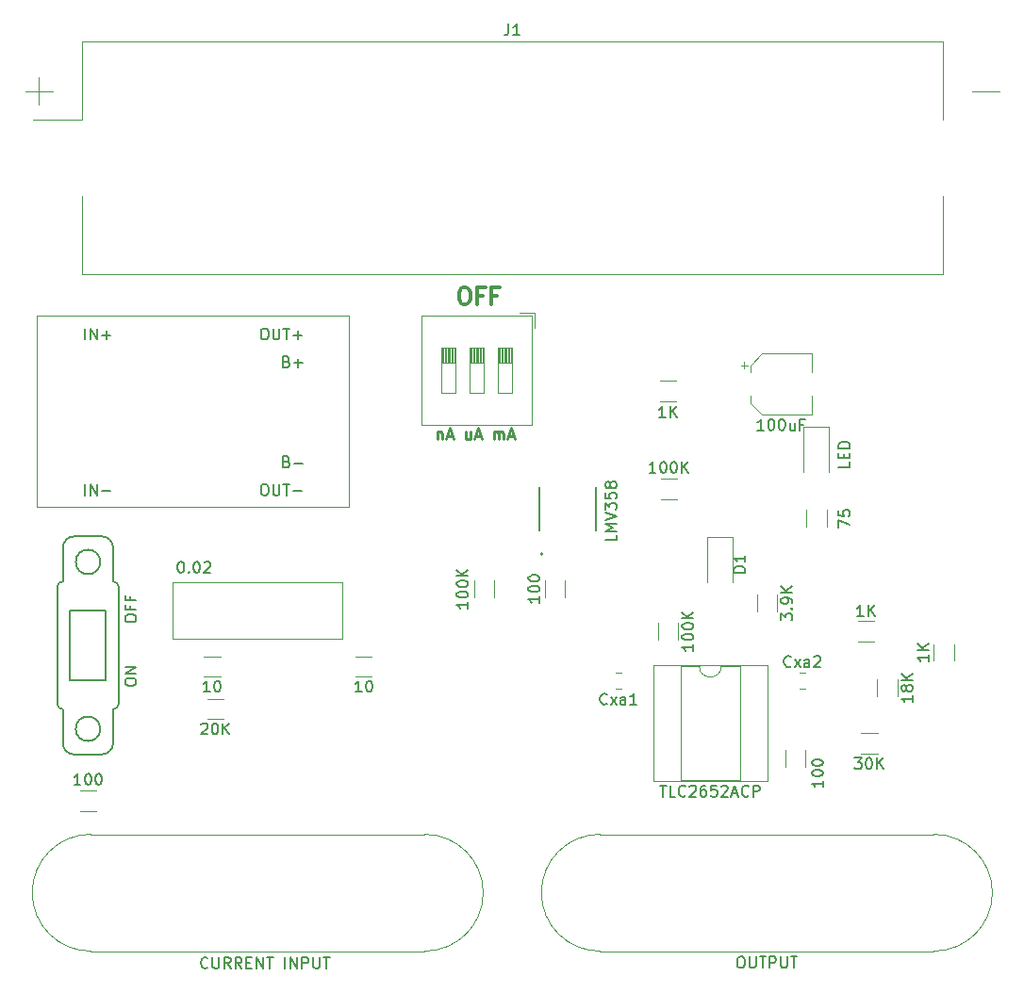
<source format=gbr>
%TF.GenerationSoftware,KiCad,Pcbnew,7.0.1*%
%TF.CreationDate,2023-05-16T20:26:06-05:00*%
%TF.ProjectId,SeneCurrent,53656e65-4375-4727-9265-6e742e6b6963,rev?*%
%TF.SameCoordinates,Original*%
%TF.FileFunction,Legend,Top*%
%TF.FilePolarity,Positive*%
%FSLAX46Y46*%
G04 Gerber Fmt 4.6, Leading zero omitted, Abs format (unit mm)*
G04 Created by KiCad (PCBNEW 7.0.1) date 2023-05-16 20:26:06*
%MOMM*%
%LPD*%
G01*
G04 APERTURE LIST*
%ADD10C,0.250000*%
%ADD11C,0.150000*%
%ADD12C,0.300000*%
%ADD13C,0.120000*%
%ADD14C,0.100000*%
%ADD15C,0.127000*%
%ADD16C,0.200000*%
G04 APERTURE END LIST*
D10*
X97393095Y-79887619D02*
X97393095Y-79220952D01*
X97393095Y-79316190D02*
X97440714Y-79268571D01*
X97440714Y-79268571D02*
X97535952Y-79220952D01*
X97535952Y-79220952D02*
X97678809Y-79220952D01*
X97678809Y-79220952D02*
X97774047Y-79268571D01*
X97774047Y-79268571D02*
X97821666Y-79363809D01*
X97821666Y-79363809D02*
X97821666Y-79887619D01*
X97821666Y-79363809D02*
X97869285Y-79268571D01*
X97869285Y-79268571D02*
X97964523Y-79220952D01*
X97964523Y-79220952D02*
X98107380Y-79220952D01*
X98107380Y-79220952D02*
X98202619Y-79268571D01*
X98202619Y-79268571D02*
X98250238Y-79363809D01*
X98250238Y-79363809D02*
X98250238Y-79887619D01*
X98678809Y-79601904D02*
X99154999Y-79601904D01*
X98583571Y-79887619D02*
X98916904Y-78887619D01*
X98916904Y-78887619D02*
X99250237Y-79887619D01*
D11*
X64282619Y-96091428D02*
X64282619Y-95900952D01*
X64282619Y-95900952D02*
X64330238Y-95805714D01*
X64330238Y-95805714D02*
X64425476Y-95710476D01*
X64425476Y-95710476D02*
X64615952Y-95662857D01*
X64615952Y-95662857D02*
X64949285Y-95662857D01*
X64949285Y-95662857D02*
X65139761Y-95710476D01*
X65139761Y-95710476D02*
X65235000Y-95805714D01*
X65235000Y-95805714D02*
X65282619Y-95900952D01*
X65282619Y-95900952D02*
X65282619Y-96091428D01*
X65282619Y-96091428D02*
X65235000Y-96186666D01*
X65235000Y-96186666D02*
X65139761Y-96281904D01*
X65139761Y-96281904D02*
X64949285Y-96329523D01*
X64949285Y-96329523D02*
X64615952Y-96329523D01*
X64615952Y-96329523D02*
X64425476Y-96281904D01*
X64425476Y-96281904D02*
X64330238Y-96186666D01*
X64330238Y-96186666D02*
X64282619Y-96091428D01*
X64758809Y-94900952D02*
X64758809Y-95234285D01*
X65282619Y-95234285D02*
X64282619Y-95234285D01*
X64282619Y-95234285D02*
X64282619Y-94758095D01*
X64758809Y-94043809D02*
X64758809Y-94377142D01*
X65282619Y-94377142D02*
X64282619Y-94377142D01*
X64282619Y-94377142D02*
X64282619Y-93900952D01*
D12*
X94622857Y-66261428D02*
X94908571Y-66261428D01*
X94908571Y-66261428D02*
X95051428Y-66332857D01*
X95051428Y-66332857D02*
X95194285Y-66475714D01*
X95194285Y-66475714D02*
X95265714Y-66761428D01*
X95265714Y-66761428D02*
X95265714Y-67261428D01*
X95265714Y-67261428D02*
X95194285Y-67547142D01*
X95194285Y-67547142D02*
X95051428Y-67690000D01*
X95051428Y-67690000D02*
X94908571Y-67761428D01*
X94908571Y-67761428D02*
X94622857Y-67761428D01*
X94622857Y-67761428D02*
X94480000Y-67690000D01*
X94480000Y-67690000D02*
X94337142Y-67547142D01*
X94337142Y-67547142D02*
X94265714Y-67261428D01*
X94265714Y-67261428D02*
X94265714Y-66761428D01*
X94265714Y-66761428D02*
X94337142Y-66475714D01*
X94337142Y-66475714D02*
X94480000Y-66332857D01*
X94480000Y-66332857D02*
X94622857Y-66261428D01*
X96408571Y-66975714D02*
X95908571Y-66975714D01*
X95908571Y-67761428D02*
X95908571Y-66261428D01*
X95908571Y-66261428D02*
X96622857Y-66261428D01*
X97694285Y-66975714D02*
X97194285Y-66975714D01*
X97194285Y-67761428D02*
X97194285Y-66261428D01*
X97194285Y-66261428D02*
X97908571Y-66261428D01*
D10*
X95281666Y-79220952D02*
X95281666Y-79887619D01*
X94853095Y-79220952D02*
X94853095Y-79744761D01*
X94853095Y-79744761D02*
X94900714Y-79840000D01*
X94900714Y-79840000D02*
X94995952Y-79887619D01*
X94995952Y-79887619D02*
X95138809Y-79887619D01*
X95138809Y-79887619D02*
X95234047Y-79840000D01*
X95234047Y-79840000D02*
X95281666Y-79792380D01*
X95710238Y-79601904D02*
X96186428Y-79601904D01*
X95615000Y-79887619D02*
X95948333Y-78887619D01*
X95948333Y-78887619D02*
X96281666Y-79887619D01*
D11*
X64282619Y-101806428D02*
X64282619Y-101615952D01*
X64282619Y-101615952D02*
X64330238Y-101520714D01*
X64330238Y-101520714D02*
X64425476Y-101425476D01*
X64425476Y-101425476D02*
X64615952Y-101377857D01*
X64615952Y-101377857D02*
X64949285Y-101377857D01*
X64949285Y-101377857D02*
X65139761Y-101425476D01*
X65139761Y-101425476D02*
X65235000Y-101520714D01*
X65235000Y-101520714D02*
X65282619Y-101615952D01*
X65282619Y-101615952D02*
X65282619Y-101806428D01*
X65282619Y-101806428D02*
X65235000Y-101901666D01*
X65235000Y-101901666D02*
X65139761Y-101996904D01*
X65139761Y-101996904D02*
X64949285Y-102044523D01*
X64949285Y-102044523D02*
X64615952Y-102044523D01*
X64615952Y-102044523D02*
X64425476Y-101996904D01*
X64425476Y-101996904D02*
X64330238Y-101901666D01*
X64330238Y-101901666D02*
X64282619Y-101806428D01*
X65282619Y-100949285D02*
X64282619Y-100949285D01*
X64282619Y-100949285D02*
X65282619Y-100377857D01*
X65282619Y-100377857D02*
X64282619Y-100377857D01*
D10*
X92313095Y-79220952D02*
X92313095Y-79887619D01*
X92313095Y-79316190D02*
X92360714Y-79268571D01*
X92360714Y-79268571D02*
X92455952Y-79220952D01*
X92455952Y-79220952D02*
X92598809Y-79220952D01*
X92598809Y-79220952D02*
X92694047Y-79268571D01*
X92694047Y-79268571D02*
X92741666Y-79363809D01*
X92741666Y-79363809D02*
X92741666Y-79887619D01*
X93170238Y-79601904D02*
X93646428Y-79601904D01*
X93075000Y-79887619D02*
X93408333Y-78887619D01*
X93408333Y-78887619D02*
X93741666Y-79887619D01*
D11*
%TO.C,Rs3*%
X126954619Y-110572466D02*
X126954619Y-111143894D01*
X126954619Y-110858180D02*
X125954619Y-110858180D01*
X125954619Y-110858180D02*
X126097476Y-110953418D01*
X126097476Y-110953418D02*
X126192714Y-111048656D01*
X126192714Y-111048656D02*
X126240333Y-111143894D01*
X125954619Y-109953418D02*
X125954619Y-109858180D01*
X125954619Y-109858180D02*
X126002238Y-109762942D01*
X126002238Y-109762942D02*
X126049857Y-109715323D01*
X126049857Y-109715323D02*
X126145095Y-109667704D01*
X126145095Y-109667704D02*
X126335571Y-109620085D01*
X126335571Y-109620085D02*
X126573666Y-109620085D01*
X126573666Y-109620085D02*
X126764142Y-109667704D01*
X126764142Y-109667704D02*
X126859380Y-109715323D01*
X126859380Y-109715323D02*
X126907000Y-109762942D01*
X126907000Y-109762942D02*
X126954619Y-109858180D01*
X126954619Y-109858180D02*
X126954619Y-109953418D01*
X126954619Y-109953418D02*
X126907000Y-110048656D01*
X126907000Y-110048656D02*
X126859380Y-110096275D01*
X126859380Y-110096275D02*
X126764142Y-110143894D01*
X126764142Y-110143894D02*
X126573666Y-110191513D01*
X126573666Y-110191513D02*
X126335571Y-110191513D01*
X126335571Y-110191513D02*
X126145095Y-110143894D01*
X126145095Y-110143894D02*
X126049857Y-110096275D01*
X126049857Y-110096275D02*
X126002238Y-110048656D01*
X126002238Y-110048656D02*
X125954619Y-109953418D01*
X125954619Y-109001037D02*
X125954619Y-108905799D01*
X125954619Y-108905799D02*
X126002238Y-108810561D01*
X126002238Y-108810561D02*
X126049857Y-108762942D01*
X126049857Y-108762942D02*
X126145095Y-108715323D01*
X126145095Y-108715323D02*
X126335571Y-108667704D01*
X126335571Y-108667704D02*
X126573666Y-108667704D01*
X126573666Y-108667704D02*
X126764142Y-108715323D01*
X126764142Y-108715323D02*
X126859380Y-108762942D01*
X126859380Y-108762942D02*
X126907000Y-108810561D01*
X126907000Y-108810561D02*
X126954619Y-108905799D01*
X126954619Y-108905799D02*
X126954619Y-109001037D01*
X126954619Y-109001037D02*
X126907000Y-109096275D01*
X126907000Y-109096275D02*
X126859380Y-109143894D01*
X126859380Y-109143894D02*
X126764142Y-109191513D01*
X126764142Y-109191513D02*
X126573666Y-109239132D01*
X126573666Y-109239132D02*
X126335571Y-109239132D01*
X126335571Y-109239132D02*
X126145095Y-109191513D01*
X126145095Y-109191513D02*
X126049857Y-109143894D01*
X126049857Y-109143894D02*
X126002238Y-109096275D01*
X126002238Y-109096275D02*
X125954619Y-109001037D01*
%TO.C,Rm1*%
X69246905Y-90902619D02*
X69342143Y-90902619D01*
X69342143Y-90902619D02*
X69437381Y-90950238D01*
X69437381Y-90950238D02*
X69485000Y-90997857D01*
X69485000Y-90997857D02*
X69532619Y-91093095D01*
X69532619Y-91093095D02*
X69580238Y-91283571D01*
X69580238Y-91283571D02*
X69580238Y-91521666D01*
X69580238Y-91521666D02*
X69532619Y-91712142D01*
X69532619Y-91712142D02*
X69485000Y-91807380D01*
X69485000Y-91807380D02*
X69437381Y-91855000D01*
X69437381Y-91855000D02*
X69342143Y-91902619D01*
X69342143Y-91902619D02*
X69246905Y-91902619D01*
X69246905Y-91902619D02*
X69151667Y-91855000D01*
X69151667Y-91855000D02*
X69104048Y-91807380D01*
X69104048Y-91807380D02*
X69056429Y-91712142D01*
X69056429Y-91712142D02*
X69008810Y-91521666D01*
X69008810Y-91521666D02*
X69008810Y-91283571D01*
X69008810Y-91283571D02*
X69056429Y-91093095D01*
X69056429Y-91093095D02*
X69104048Y-90997857D01*
X69104048Y-90997857D02*
X69151667Y-90950238D01*
X69151667Y-90950238D02*
X69246905Y-90902619D01*
X70008810Y-91807380D02*
X70056429Y-91855000D01*
X70056429Y-91855000D02*
X70008810Y-91902619D01*
X70008810Y-91902619D02*
X69961191Y-91855000D01*
X69961191Y-91855000D02*
X70008810Y-91807380D01*
X70008810Y-91807380D02*
X70008810Y-91902619D01*
X70675476Y-90902619D02*
X70770714Y-90902619D01*
X70770714Y-90902619D02*
X70865952Y-90950238D01*
X70865952Y-90950238D02*
X70913571Y-90997857D01*
X70913571Y-90997857D02*
X70961190Y-91093095D01*
X70961190Y-91093095D02*
X71008809Y-91283571D01*
X71008809Y-91283571D02*
X71008809Y-91521666D01*
X71008809Y-91521666D02*
X70961190Y-91712142D01*
X70961190Y-91712142D02*
X70913571Y-91807380D01*
X70913571Y-91807380D02*
X70865952Y-91855000D01*
X70865952Y-91855000D02*
X70770714Y-91902619D01*
X70770714Y-91902619D02*
X70675476Y-91902619D01*
X70675476Y-91902619D02*
X70580238Y-91855000D01*
X70580238Y-91855000D02*
X70532619Y-91807380D01*
X70532619Y-91807380D02*
X70485000Y-91712142D01*
X70485000Y-91712142D02*
X70437381Y-91521666D01*
X70437381Y-91521666D02*
X70437381Y-91283571D01*
X70437381Y-91283571D02*
X70485000Y-91093095D01*
X70485000Y-91093095D02*
X70532619Y-90997857D01*
X70532619Y-90997857D02*
X70580238Y-90950238D01*
X70580238Y-90950238D02*
X70675476Y-90902619D01*
X71389762Y-90997857D02*
X71437381Y-90950238D01*
X71437381Y-90950238D02*
X71532619Y-90902619D01*
X71532619Y-90902619D02*
X71770714Y-90902619D01*
X71770714Y-90902619D02*
X71865952Y-90950238D01*
X71865952Y-90950238D02*
X71913571Y-90997857D01*
X71913571Y-90997857D02*
X71961190Y-91093095D01*
X71961190Y-91093095D02*
X71961190Y-91188333D01*
X71961190Y-91188333D02*
X71913571Y-91331190D01*
X71913571Y-91331190D02*
X71342143Y-91902619D01*
X71342143Y-91902619D02*
X71961190Y-91902619D01*
%TO.C,Ru1*%
X71919523Y-102612619D02*
X71348095Y-102612619D01*
X71633809Y-102612619D02*
X71633809Y-101612619D01*
X71633809Y-101612619D02*
X71538571Y-101755476D01*
X71538571Y-101755476D02*
X71443333Y-101850714D01*
X71443333Y-101850714D02*
X71348095Y-101898333D01*
X72538571Y-101612619D02*
X72633809Y-101612619D01*
X72633809Y-101612619D02*
X72729047Y-101660238D01*
X72729047Y-101660238D02*
X72776666Y-101707857D01*
X72776666Y-101707857D02*
X72824285Y-101803095D01*
X72824285Y-101803095D02*
X72871904Y-101993571D01*
X72871904Y-101993571D02*
X72871904Y-102231666D01*
X72871904Y-102231666D02*
X72824285Y-102422142D01*
X72824285Y-102422142D02*
X72776666Y-102517380D01*
X72776666Y-102517380D02*
X72729047Y-102565000D01*
X72729047Y-102565000D02*
X72633809Y-102612619D01*
X72633809Y-102612619D02*
X72538571Y-102612619D01*
X72538571Y-102612619D02*
X72443333Y-102565000D01*
X72443333Y-102565000D02*
X72395714Y-102517380D01*
X72395714Y-102517380D02*
X72348095Y-102422142D01*
X72348095Y-102422142D02*
X72300476Y-102231666D01*
X72300476Y-102231666D02*
X72300476Y-101993571D01*
X72300476Y-101993571D02*
X72348095Y-101803095D01*
X72348095Y-101803095D02*
X72395714Y-101707857D01*
X72395714Y-101707857D02*
X72443333Y-101660238D01*
X72443333Y-101660238D02*
X72538571Y-101612619D01*
%TO.C,J3*%
X119500238Y-126402619D02*
X119690714Y-126402619D01*
X119690714Y-126402619D02*
X119785952Y-126450238D01*
X119785952Y-126450238D02*
X119881190Y-126545476D01*
X119881190Y-126545476D02*
X119928809Y-126735952D01*
X119928809Y-126735952D02*
X119928809Y-127069285D01*
X119928809Y-127069285D02*
X119881190Y-127259761D01*
X119881190Y-127259761D02*
X119785952Y-127355000D01*
X119785952Y-127355000D02*
X119690714Y-127402619D01*
X119690714Y-127402619D02*
X119500238Y-127402619D01*
X119500238Y-127402619D02*
X119405000Y-127355000D01*
X119405000Y-127355000D02*
X119309762Y-127259761D01*
X119309762Y-127259761D02*
X119262143Y-127069285D01*
X119262143Y-127069285D02*
X119262143Y-126735952D01*
X119262143Y-126735952D02*
X119309762Y-126545476D01*
X119309762Y-126545476D02*
X119405000Y-126450238D01*
X119405000Y-126450238D02*
X119500238Y-126402619D01*
X120357381Y-126402619D02*
X120357381Y-127212142D01*
X120357381Y-127212142D02*
X120405000Y-127307380D01*
X120405000Y-127307380D02*
X120452619Y-127355000D01*
X120452619Y-127355000D02*
X120547857Y-127402619D01*
X120547857Y-127402619D02*
X120738333Y-127402619D01*
X120738333Y-127402619D02*
X120833571Y-127355000D01*
X120833571Y-127355000D02*
X120881190Y-127307380D01*
X120881190Y-127307380D02*
X120928809Y-127212142D01*
X120928809Y-127212142D02*
X120928809Y-126402619D01*
X121262143Y-126402619D02*
X121833571Y-126402619D01*
X121547857Y-127402619D02*
X121547857Y-126402619D01*
X122166905Y-127402619D02*
X122166905Y-126402619D01*
X122166905Y-126402619D02*
X122547857Y-126402619D01*
X122547857Y-126402619D02*
X122643095Y-126450238D01*
X122643095Y-126450238D02*
X122690714Y-126497857D01*
X122690714Y-126497857D02*
X122738333Y-126593095D01*
X122738333Y-126593095D02*
X122738333Y-126735952D01*
X122738333Y-126735952D02*
X122690714Y-126831190D01*
X122690714Y-126831190D02*
X122643095Y-126878809D01*
X122643095Y-126878809D02*
X122547857Y-126926428D01*
X122547857Y-126926428D02*
X122166905Y-126926428D01*
X123166905Y-126402619D02*
X123166905Y-127212142D01*
X123166905Y-127212142D02*
X123214524Y-127307380D01*
X123214524Y-127307380D02*
X123262143Y-127355000D01*
X123262143Y-127355000D02*
X123357381Y-127402619D01*
X123357381Y-127402619D02*
X123547857Y-127402619D01*
X123547857Y-127402619D02*
X123643095Y-127355000D01*
X123643095Y-127355000D02*
X123690714Y-127307380D01*
X123690714Y-127307380D02*
X123738333Y-127212142D01*
X123738333Y-127212142D02*
X123738333Y-126402619D01*
X124071667Y-126402619D02*
X124643095Y-126402619D01*
X124357381Y-127402619D02*
X124357381Y-126402619D01*
%TO.C,J2*%
X71715952Y-127367380D02*
X71668333Y-127415000D01*
X71668333Y-127415000D02*
X71525476Y-127462619D01*
X71525476Y-127462619D02*
X71430238Y-127462619D01*
X71430238Y-127462619D02*
X71287381Y-127415000D01*
X71287381Y-127415000D02*
X71192143Y-127319761D01*
X71192143Y-127319761D02*
X71144524Y-127224523D01*
X71144524Y-127224523D02*
X71096905Y-127034047D01*
X71096905Y-127034047D02*
X71096905Y-126891190D01*
X71096905Y-126891190D02*
X71144524Y-126700714D01*
X71144524Y-126700714D02*
X71192143Y-126605476D01*
X71192143Y-126605476D02*
X71287381Y-126510238D01*
X71287381Y-126510238D02*
X71430238Y-126462619D01*
X71430238Y-126462619D02*
X71525476Y-126462619D01*
X71525476Y-126462619D02*
X71668333Y-126510238D01*
X71668333Y-126510238D02*
X71715952Y-126557857D01*
X72144524Y-126462619D02*
X72144524Y-127272142D01*
X72144524Y-127272142D02*
X72192143Y-127367380D01*
X72192143Y-127367380D02*
X72239762Y-127415000D01*
X72239762Y-127415000D02*
X72335000Y-127462619D01*
X72335000Y-127462619D02*
X72525476Y-127462619D01*
X72525476Y-127462619D02*
X72620714Y-127415000D01*
X72620714Y-127415000D02*
X72668333Y-127367380D01*
X72668333Y-127367380D02*
X72715952Y-127272142D01*
X72715952Y-127272142D02*
X72715952Y-126462619D01*
X73763571Y-127462619D02*
X73430238Y-126986428D01*
X73192143Y-127462619D02*
X73192143Y-126462619D01*
X73192143Y-126462619D02*
X73573095Y-126462619D01*
X73573095Y-126462619D02*
X73668333Y-126510238D01*
X73668333Y-126510238D02*
X73715952Y-126557857D01*
X73715952Y-126557857D02*
X73763571Y-126653095D01*
X73763571Y-126653095D02*
X73763571Y-126795952D01*
X73763571Y-126795952D02*
X73715952Y-126891190D01*
X73715952Y-126891190D02*
X73668333Y-126938809D01*
X73668333Y-126938809D02*
X73573095Y-126986428D01*
X73573095Y-126986428D02*
X73192143Y-126986428D01*
X74763571Y-127462619D02*
X74430238Y-126986428D01*
X74192143Y-127462619D02*
X74192143Y-126462619D01*
X74192143Y-126462619D02*
X74573095Y-126462619D01*
X74573095Y-126462619D02*
X74668333Y-126510238D01*
X74668333Y-126510238D02*
X74715952Y-126557857D01*
X74715952Y-126557857D02*
X74763571Y-126653095D01*
X74763571Y-126653095D02*
X74763571Y-126795952D01*
X74763571Y-126795952D02*
X74715952Y-126891190D01*
X74715952Y-126891190D02*
X74668333Y-126938809D01*
X74668333Y-126938809D02*
X74573095Y-126986428D01*
X74573095Y-126986428D02*
X74192143Y-126986428D01*
X75192143Y-126938809D02*
X75525476Y-126938809D01*
X75668333Y-127462619D02*
X75192143Y-127462619D01*
X75192143Y-127462619D02*
X75192143Y-126462619D01*
X75192143Y-126462619D02*
X75668333Y-126462619D01*
X76096905Y-127462619D02*
X76096905Y-126462619D01*
X76096905Y-126462619D02*
X76668333Y-127462619D01*
X76668333Y-127462619D02*
X76668333Y-126462619D01*
X77001667Y-126462619D02*
X77573095Y-126462619D01*
X77287381Y-127462619D02*
X77287381Y-126462619D01*
X78668334Y-127462619D02*
X78668334Y-126462619D01*
X79144524Y-127462619D02*
X79144524Y-126462619D01*
X79144524Y-126462619D02*
X79715952Y-127462619D01*
X79715952Y-127462619D02*
X79715952Y-126462619D01*
X80192143Y-127462619D02*
X80192143Y-126462619D01*
X80192143Y-126462619D02*
X80573095Y-126462619D01*
X80573095Y-126462619D02*
X80668333Y-126510238D01*
X80668333Y-126510238D02*
X80715952Y-126557857D01*
X80715952Y-126557857D02*
X80763571Y-126653095D01*
X80763571Y-126653095D02*
X80763571Y-126795952D01*
X80763571Y-126795952D02*
X80715952Y-126891190D01*
X80715952Y-126891190D02*
X80668333Y-126938809D01*
X80668333Y-126938809D02*
X80573095Y-126986428D01*
X80573095Y-126986428D02*
X80192143Y-126986428D01*
X81192143Y-126462619D02*
X81192143Y-127272142D01*
X81192143Y-127272142D02*
X81239762Y-127367380D01*
X81239762Y-127367380D02*
X81287381Y-127415000D01*
X81287381Y-127415000D02*
X81382619Y-127462619D01*
X81382619Y-127462619D02*
X81573095Y-127462619D01*
X81573095Y-127462619D02*
X81668333Y-127415000D01*
X81668333Y-127415000D02*
X81715952Y-127367380D01*
X81715952Y-127367380D02*
X81763571Y-127272142D01*
X81763571Y-127272142D02*
X81763571Y-126462619D01*
X82096905Y-126462619D02*
X82668333Y-126462619D01*
X82382619Y-127462619D02*
X82382619Y-126462619D01*
%TO.C,R2B3*%
X136437619Y-99274285D02*
X136437619Y-99845713D01*
X136437619Y-99559999D02*
X135437619Y-99559999D01*
X135437619Y-99559999D02*
X135580476Y-99655237D01*
X135580476Y-99655237D02*
X135675714Y-99750475D01*
X135675714Y-99750475D02*
X135723333Y-99845713D01*
X136437619Y-98845713D02*
X135437619Y-98845713D01*
X136437619Y-98274285D02*
X135866190Y-98702856D01*
X135437619Y-98274285D02*
X136009047Y-98845713D01*
%TO.C,U1*%
X108412619Y-88479047D02*
X108412619Y-88955237D01*
X108412619Y-88955237D02*
X107412619Y-88955237D01*
X108412619Y-88145713D02*
X107412619Y-88145713D01*
X107412619Y-88145713D02*
X108126904Y-87812380D01*
X108126904Y-87812380D02*
X107412619Y-87479047D01*
X107412619Y-87479047D02*
X108412619Y-87479047D01*
X107412619Y-87145713D02*
X108412619Y-86812380D01*
X108412619Y-86812380D02*
X107412619Y-86479047D01*
X107412619Y-86240951D02*
X107412619Y-85621904D01*
X107412619Y-85621904D02*
X107793571Y-85955237D01*
X107793571Y-85955237D02*
X107793571Y-85812380D01*
X107793571Y-85812380D02*
X107841190Y-85717142D01*
X107841190Y-85717142D02*
X107888809Y-85669523D01*
X107888809Y-85669523D02*
X107984047Y-85621904D01*
X107984047Y-85621904D02*
X108222142Y-85621904D01*
X108222142Y-85621904D02*
X108317380Y-85669523D01*
X108317380Y-85669523D02*
X108365000Y-85717142D01*
X108365000Y-85717142D02*
X108412619Y-85812380D01*
X108412619Y-85812380D02*
X108412619Y-86098094D01*
X108412619Y-86098094D02*
X108365000Y-86193332D01*
X108365000Y-86193332D02*
X108317380Y-86240951D01*
X107412619Y-84717142D02*
X107412619Y-85193332D01*
X107412619Y-85193332D02*
X107888809Y-85240951D01*
X107888809Y-85240951D02*
X107841190Y-85193332D01*
X107841190Y-85193332D02*
X107793571Y-85098094D01*
X107793571Y-85098094D02*
X107793571Y-84859999D01*
X107793571Y-84859999D02*
X107841190Y-84764761D01*
X107841190Y-84764761D02*
X107888809Y-84717142D01*
X107888809Y-84717142D02*
X107984047Y-84669523D01*
X107984047Y-84669523D02*
X108222142Y-84669523D01*
X108222142Y-84669523D02*
X108317380Y-84717142D01*
X108317380Y-84717142D02*
X108365000Y-84764761D01*
X108365000Y-84764761D02*
X108412619Y-84859999D01*
X108412619Y-84859999D02*
X108412619Y-85098094D01*
X108412619Y-85098094D02*
X108365000Y-85193332D01*
X108365000Y-85193332D02*
X108317380Y-85240951D01*
X107841190Y-84098094D02*
X107793571Y-84193332D01*
X107793571Y-84193332D02*
X107745952Y-84240951D01*
X107745952Y-84240951D02*
X107650714Y-84288570D01*
X107650714Y-84288570D02*
X107603095Y-84288570D01*
X107603095Y-84288570D02*
X107507857Y-84240951D01*
X107507857Y-84240951D02*
X107460238Y-84193332D01*
X107460238Y-84193332D02*
X107412619Y-84098094D01*
X107412619Y-84098094D02*
X107412619Y-83907618D01*
X107412619Y-83907618D02*
X107460238Y-83812380D01*
X107460238Y-83812380D02*
X107507857Y-83764761D01*
X107507857Y-83764761D02*
X107603095Y-83717142D01*
X107603095Y-83717142D02*
X107650714Y-83717142D01*
X107650714Y-83717142D02*
X107745952Y-83764761D01*
X107745952Y-83764761D02*
X107793571Y-83812380D01*
X107793571Y-83812380D02*
X107841190Y-83907618D01*
X107841190Y-83907618D02*
X107841190Y-84098094D01*
X107841190Y-84098094D02*
X107888809Y-84193332D01*
X107888809Y-84193332D02*
X107936428Y-84240951D01*
X107936428Y-84240951D02*
X108031666Y-84288570D01*
X108031666Y-84288570D02*
X108222142Y-84288570D01*
X108222142Y-84288570D02*
X108317380Y-84240951D01*
X108317380Y-84240951D02*
X108365000Y-84193332D01*
X108365000Y-84193332D02*
X108412619Y-84098094D01*
X108412619Y-84098094D02*
X108412619Y-83907618D01*
X108412619Y-83907618D02*
X108365000Y-83812380D01*
X108365000Y-83812380D02*
X108317380Y-83764761D01*
X108317380Y-83764761D02*
X108222142Y-83717142D01*
X108222142Y-83717142D02*
X108031666Y-83717142D01*
X108031666Y-83717142D02*
X107936428Y-83764761D01*
X107936428Y-83764761D02*
X107888809Y-83812380D01*
X107888809Y-83812380D02*
X107841190Y-83907618D01*
%TO.C,R3*%
X130595714Y-95797619D02*
X130024286Y-95797619D01*
X130310000Y-95797619D02*
X130310000Y-94797619D01*
X130310000Y-94797619D02*
X130214762Y-94940476D01*
X130214762Y-94940476D02*
X130119524Y-95035714D01*
X130119524Y-95035714D02*
X130024286Y-95083333D01*
X131024286Y-95797619D02*
X131024286Y-94797619D01*
X131595714Y-95797619D02*
X131167143Y-95226190D01*
X131595714Y-94797619D02*
X131024286Y-95369047D01*
%TO.C,R1*%
X123202619Y-96162618D02*
X123202619Y-95543571D01*
X123202619Y-95543571D02*
X123583571Y-95876904D01*
X123583571Y-95876904D02*
X123583571Y-95734047D01*
X123583571Y-95734047D02*
X123631190Y-95638809D01*
X123631190Y-95638809D02*
X123678809Y-95591190D01*
X123678809Y-95591190D02*
X123774047Y-95543571D01*
X123774047Y-95543571D02*
X124012142Y-95543571D01*
X124012142Y-95543571D02*
X124107380Y-95591190D01*
X124107380Y-95591190D02*
X124155000Y-95638809D01*
X124155000Y-95638809D02*
X124202619Y-95734047D01*
X124202619Y-95734047D02*
X124202619Y-96019761D01*
X124202619Y-96019761D02*
X124155000Y-96114999D01*
X124155000Y-96114999D02*
X124107380Y-96162618D01*
X124107380Y-95114999D02*
X124155000Y-95067380D01*
X124155000Y-95067380D02*
X124202619Y-95114999D01*
X124202619Y-95114999D02*
X124155000Y-95162618D01*
X124155000Y-95162618D02*
X124107380Y-95114999D01*
X124107380Y-95114999D02*
X124202619Y-95114999D01*
X124202619Y-94591190D02*
X124202619Y-94400714D01*
X124202619Y-94400714D02*
X124155000Y-94305476D01*
X124155000Y-94305476D02*
X124107380Y-94257857D01*
X124107380Y-94257857D02*
X123964523Y-94162619D01*
X123964523Y-94162619D02*
X123774047Y-94115000D01*
X123774047Y-94115000D02*
X123393095Y-94115000D01*
X123393095Y-94115000D02*
X123297857Y-94162619D01*
X123297857Y-94162619D02*
X123250238Y-94210238D01*
X123250238Y-94210238D02*
X123202619Y-94305476D01*
X123202619Y-94305476D02*
X123202619Y-94495952D01*
X123202619Y-94495952D02*
X123250238Y-94591190D01*
X123250238Y-94591190D02*
X123297857Y-94638809D01*
X123297857Y-94638809D02*
X123393095Y-94686428D01*
X123393095Y-94686428D02*
X123631190Y-94686428D01*
X123631190Y-94686428D02*
X123726428Y-94638809D01*
X123726428Y-94638809D02*
X123774047Y-94591190D01*
X123774047Y-94591190D02*
X123821666Y-94495952D01*
X123821666Y-94495952D02*
X123821666Y-94305476D01*
X123821666Y-94305476D02*
X123774047Y-94210238D01*
X123774047Y-94210238D02*
X123726428Y-94162619D01*
X123726428Y-94162619D02*
X123631190Y-94115000D01*
X124202619Y-93686428D02*
X123202619Y-93686428D01*
X124202619Y-93115000D02*
X123631190Y-93543571D01*
X123202619Y-93115000D02*
X123774047Y-93686428D01*
%TO.C,Cxa2*%
X124071190Y-100287380D02*
X124023571Y-100335000D01*
X124023571Y-100335000D02*
X123880714Y-100382619D01*
X123880714Y-100382619D02*
X123785476Y-100382619D01*
X123785476Y-100382619D02*
X123642619Y-100335000D01*
X123642619Y-100335000D02*
X123547381Y-100239761D01*
X123547381Y-100239761D02*
X123499762Y-100144523D01*
X123499762Y-100144523D02*
X123452143Y-99954047D01*
X123452143Y-99954047D02*
X123452143Y-99811190D01*
X123452143Y-99811190D02*
X123499762Y-99620714D01*
X123499762Y-99620714D02*
X123547381Y-99525476D01*
X123547381Y-99525476D02*
X123642619Y-99430238D01*
X123642619Y-99430238D02*
X123785476Y-99382619D01*
X123785476Y-99382619D02*
X123880714Y-99382619D01*
X123880714Y-99382619D02*
X124023571Y-99430238D01*
X124023571Y-99430238D02*
X124071190Y-99477857D01*
X124404524Y-100382619D02*
X124928333Y-99715952D01*
X124404524Y-99715952D02*
X124928333Y-100382619D01*
X125737857Y-100382619D02*
X125737857Y-99858809D01*
X125737857Y-99858809D02*
X125690238Y-99763571D01*
X125690238Y-99763571D02*
X125595000Y-99715952D01*
X125595000Y-99715952D02*
X125404524Y-99715952D01*
X125404524Y-99715952D02*
X125309286Y-99763571D01*
X125737857Y-100335000D02*
X125642619Y-100382619D01*
X125642619Y-100382619D02*
X125404524Y-100382619D01*
X125404524Y-100382619D02*
X125309286Y-100335000D01*
X125309286Y-100335000D02*
X125261667Y-100239761D01*
X125261667Y-100239761D02*
X125261667Y-100144523D01*
X125261667Y-100144523D02*
X125309286Y-100049285D01*
X125309286Y-100049285D02*
X125404524Y-100001666D01*
X125404524Y-100001666D02*
X125642619Y-100001666D01*
X125642619Y-100001666D02*
X125737857Y-99954047D01*
X126166429Y-99477857D02*
X126214048Y-99430238D01*
X126214048Y-99430238D02*
X126309286Y-99382619D01*
X126309286Y-99382619D02*
X126547381Y-99382619D01*
X126547381Y-99382619D02*
X126642619Y-99430238D01*
X126642619Y-99430238D02*
X126690238Y-99477857D01*
X126690238Y-99477857D02*
X126737857Y-99573095D01*
X126737857Y-99573095D02*
X126737857Y-99668333D01*
X126737857Y-99668333D02*
X126690238Y-99811190D01*
X126690238Y-99811190D02*
X126118810Y-100382619D01*
X126118810Y-100382619D02*
X126737857Y-100382619D01*
%TO.C,C1*%
X121642380Y-79092619D02*
X121070952Y-79092619D01*
X121356666Y-79092619D02*
X121356666Y-78092619D01*
X121356666Y-78092619D02*
X121261428Y-78235476D01*
X121261428Y-78235476D02*
X121166190Y-78330714D01*
X121166190Y-78330714D02*
X121070952Y-78378333D01*
X122261428Y-78092619D02*
X122356666Y-78092619D01*
X122356666Y-78092619D02*
X122451904Y-78140238D01*
X122451904Y-78140238D02*
X122499523Y-78187857D01*
X122499523Y-78187857D02*
X122547142Y-78283095D01*
X122547142Y-78283095D02*
X122594761Y-78473571D01*
X122594761Y-78473571D02*
X122594761Y-78711666D01*
X122594761Y-78711666D02*
X122547142Y-78902142D01*
X122547142Y-78902142D02*
X122499523Y-78997380D01*
X122499523Y-78997380D02*
X122451904Y-79045000D01*
X122451904Y-79045000D02*
X122356666Y-79092619D01*
X122356666Y-79092619D02*
X122261428Y-79092619D01*
X122261428Y-79092619D02*
X122166190Y-79045000D01*
X122166190Y-79045000D02*
X122118571Y-78997380D01*
X122118571Y-78997380D02*
X122070952Y-78902142D01*
X122070952Y-78902142D02*
X122023333Y-78711666D01*
X122023333Y-78711666D02*
X122023333Y-78473571D01*
X122023333Y-78473571D02*
X122070952Y-78283095D01*
X122070952Y-78283095D02*
X122118571Y-78187857D01*
X122118571Y-78187857D02*
X122166190Y-78140238D01*
X122166190Y-78140238D02*
X122261428Y-78092619D01*
X123213809Y-78092619D02*
X123309047Y-78092619D01*
X123309047Y-78092619D02*
X123404285Y-78140238D01*
X123404285Y-78140238D02*
X123451904Y-78187857D01*
X123451904Y-78187857D02*
X123499523Y-78283095D01*
X123499523Y-78283095D02*
X123547142Y-78473571D01*
X123547142Y-78473571D02*
X123547142Y-78711666D01*
X123547142Y-78711666D02*
X123499523Y-78902142D01*
X123499523Y-78902142D02*
X123451904Y-78997380D01*
X123451904Y-78997380D02*
X123404285Y-79045000D01*
X123404285Y-79045000D02*
X123309047Y-79092619D01*
X123309047Y-79092619D02*
X123213809Y-79092619D01*
X123213809Y-79092619D02*
X123118571Y-79045000D01*
X123118571Y-79045000D02*
X123070952Y-78997380D01*
X123070952Y-78997380D02*
X123023333Y-78902142D01*
X123023333Y-78902142D02*
X122975714Y-78711666D01*
X122975714Y-78711666D02*
X122975714Y-78473571D01*
X122975714Y-78473571D02*
X123023333Y-78283095D01*
X123023333Y-78283095D02*
X123070952Y-78187857D01*
X123070952Y-78187857D02*
X123118571Y-78140238D01*
X123118571Y-78140238D02*
X123213809Y-78092619D01*
X124404285Y-78425952D02*
X124404285Y-79092619D01*
X123975714Y-78425952D02*
X123975714Y-78949761D01*
X123975714Y-78949761D02*
X124023333Y-79045000D01*
X124023333Y-79045000D02*
X124118571Y-79092619D01*
X124118571Y-79092619D02*
X124261428Y-79092619D01*
X124261428Y-79092619D02*
X124356666Y-79045000D01*
X124356666Y-79045000D02*
X124404285Y-78997380D01*
X125213809Y-78568809D02*
X124880476Y-78568809D01*
X124880476Y-79092619D02*
X124880476Y-78092619D01*
X124880476Y-78092619D02*
X125356666Y-78092619D01*
%TO.C,R2B2*%
X134997619Y-102925476D02*
X134997619Y-103496904D01*
X134997619Y-103211190D02*
X133997619Y-103211190D01*
X133997619Y-103211190D02*
X134140476Y-103306428D01*
X134140476Y-103306428D02*
X134235714Y-103401666D01*
X134235714Y-103401666D02*
X134283333Y-103496904D01*
X134426190Y-102354047D02*
X134378571Y-102449285D01*
X134378571Y-102449285D02*
X134330952Y-102496904D01*
X134330952Y-102496904D02*
X134235714Y-102544523D01*
X134235714Y-102544523D02*
X134188095Y-102544523D01*
X134188095Y-102544523D02*
X134092857Y-102496904D01*
X134092857Y-102496904D02*
X134045238Y-102449285D01*
X134045238Y-102449285D02*
X133997619Y-102354047D01*
X133997619Y-102354047D02*
X133997619Y-102163571D01*
X133997619Y-102163571D02*
X134045238Y-102068333D01*
X134045238Y-102068333D02*
X134092857Y-102020714D01*
X134092857Y-102020714D02*
X134188095Y-101973095D01*
X134188095Y-101973095D02*
X134235714Y-101973095D01*
X134235714Y-101973095D02*
X134330952Y-102020714D01*
X134330952Y-102020714D02*
X134378571Y-102068333D01*
X134378571Y-102068333D02*
X134426190Y-102163571D01*
X134426190Y-102163571D02*
X134426190Y-102354047D01*
X134426190Y-102354047D02*
X134473809Y-102449285D01*
X134473809Y-102449285D02*
X134521428Y-102496904D01*
X134521428Y-102496904D02*
X134616666Y-102544523D01*
X134616666Y-102544523D02*
X134807142Y-102544523D01*
X134807142Y-102544523D02*
X134902380Y-102496904D01*
X134902380Y-102496904D02*
X134950000Y-102449285D01*
X134950000Y-102449285D02*
X134997619Y-102354047D01*
X134997619Y-102354047D02*
X134997619Y-102163571D01*
X134997619Y-102163571D02*
X134950000Y-102068333D01*
X134950000Y-102068333D02*
X134902380Y-102020714D01*
X134902380Y-102020714D02*
X134807142Y-101973095D01*
X134807142Y-101973095D02*
X134616666Y-101973095D01*
X134616666Y-101973095D02*
X134521428Y-102020714D01*
X134521428Y-102020714D02*
X134473809Y-102068333D01*
X134473809Y-102068333D02*
X134426190Y-102163571D01*
X134997619Y-101544523D02*
X133997619Y-101544523D01*
X134997619Y-100973095D02*
X134426190Y-101401666D01*
X133997619Y-100973095D02*
X134569047Y-101544523D01*
%TO.C,Ru2*%
X85534523Y-102612619D02*
X84963095Y-102612619D01*
X85248809Y-102612619D02*
X85248809Y-101612619D01*
X85248809Y-101612619D02*
X85153571Y-101755476D01*
X85153571Y-101755476D02*
X85058333Y-101850714D01*
X85058333Y-101850714D02*
X84963095Y-101898333D01*
X86153571Y-101612619D02*
X86248809Y-101612619D01*
X86248809Y-101612619D02*
X86344047Y-101660238D01*
X86344047Y-101660238D02*
X86391666Y-101707857D01*
X86391666Y-101707857D02*
X86439285Y-101803095D01*
X86439285Y-101803095D02*
X86486904Y-101993571D01*
X86486904Y-101993571D02*
X86486904Y-102231666D01*
X86486904Y-102231666D02*
X86439285Y-102422142D01*
X86439285Y-102422142D02*
X86391666Y-102517380D01*
X86391666Y-102517380D02*
X86344047Y-102565000D01*
X86344047Y-102565000D02*
X86248809Y-102612619D01*
X86248809Y-102612619D02*
X86153571Y-102612619D01*
X86153571Y-102612619D02*
X86058333Y-102565000D01*
X86058333Y-102565000D02*
X86010714Y-102517380D01*
X86010714Y-102517380D02*
X85963095Y-102422142D01*
X85963095Y-102422142D02*
X85915476Y-102231666D01*
X85915476Y-102231666D02*
X85915476Y-101993571D01*
X85915476Y-101993571D02*
X85963095Y-101803095D01*
X85963095Y-101803095D02*
X86010714Y-101707857D01*
X86010714Y-101707857D02*
X86058333Y-101660238D01*
X86058333Y-101660238D02*
X86153571Y-101612619D01*
%TO.C,RB2*%
X111939533Y-82911019D02*
X111368105Y-82911019D01*
X111653819Y-82911019D02*
X111653819Y-81911019D01*
X111653819Y-81911019D02*
X111558581Y-82053876D01*
X111558581Y-82053876D02*
X111463343Y-82149114D01*
X111463343Y-82149114D02*
X111368105Y-82196733D01*
X112558581Y-81911019D02*
X112653819Y-81911019D01*
X112653819Y-81911019D02*
X112749057Y-81958638D01*
X112749057Y-81958638D02*
X112796676Y-82006257D01*
X112796676Y-82006257D02*
X112844295Y-82101495D01*
X112844295Y-82101495D02*
X112891914Y-82291971D01*
X112891914Y-82291971D02*
X112891914Y-82530066D01*
X112891914Y-82530066D02*
X112844295Y-82720542D01*
X112844295Y-82720542D02*
X112796676Y-82815780D01*
X112796676Y-82815780D02*
X112749057Y-82863400D01*
X112749057Y-82863400D02*
X112653819Y-82911019D01*
X112653819Y-82911019D02*
X112558581Y-82911019D01*
X112558581Y-82911019D02*
X112463343Y-82863400D01*
X112463343Y-82863400D02*
X112415724Y-82815780D01*
X112415724Y-82815780D02*
X112368105Y-82720542D01*
X112368105Y-82720542D02*
X112320486Y-82530066D01*
X112320486Y-82530066D02*
X112320486Y-82291971D01*
X112320486Y-82291971D02*
X112368105Y-82101495D01*
X112368105Y-82101495D02*
X112415724Y-82006257D01*
X112415724Y-82006257D02*
X112463343Y-81958638D01*
X112463343Y-81958638D02*
X112558581Y-81911019D01*
X113510962Y-81911019D02*
X113606200Y-81911019D01*
X113606200Y-81911019D02*
X113701438Y-81958638D01*
X113701438Y-81958638D02*
X113749057Y-82006257D01*
X113749057Y-82006257D02*
X113796676Y-82101495D01*
X113796676Y-82101495D02*
X113844295Y-82291971D01*
X113844295Y-82291971D02*
X113844295Y-82530066D01*
X113844295Y-82530066D02*
X113796676Y-82720542D01*
X113796676Y-82720542D02*
X113749057Y-82815780D01*
X113749057Y-82815780D02*
X113701438Y-82863400D01*
X113701438Y-82863400D02*
X113606200Y-82911019D01*
X113606200Y-82911019D02*
X113510962Y-82911019D01*
X113510962Y-82911019D02*
X113415724Y-82863400D01*
X113415724Y-82863400D02*
X113368105Y-82815780D01*
X113368105Y-82815780D02*
X113320486Y-82720542D01*
X113320486Y-82720542D02*
X113272867Y-82530066D01*
X113272867Y-82530066D02*
X113272867Y-82291971D01*
X113272867Y-82291971D02*
X113320486Y-82101495D01*
X113320486Y-82101495D02*
X113368105Y-82006257D01*
X113368105Y-82006257D02*
X113415724Y-81958638D01*
X113415724Y-81958638D02*
X113510962Y-81911019D01*
X114272867Y-82911019D02*
X114272867Y-81911019D01*
X114844295Y-82911019D02*
X114415724Y-82339590D01*
X114844295Y-81911019D02*
X114272867Y-82482447D01*
%TO.C,D2*%
X129367619Y-81922857D02*
X129367619Y-82399047D01*
X129367619Y-82399047D02*
X128367619Y-82399047D01*
X128843809Y-81589523D02*
X128843809Y-81256190D01*
X129367619Y-81113333D02*
X129367619Y-81589523D01*
X129367619Y-81589523D02*
X128367619Y-81589523D01*
X128367619Y-81589523D02*
X128367619Y-81113333D01*
X129367619Y-80684761D02*
X128367619Y-80684761D01*
X128367619Y-80684761D02*
X128367619Y-80446666D01*
X128367619Y-80446666D02*
X128415238Y-80303809D01*
X128415238Y-80303809D02*
X128510476Y-80208571D01*
X128510476Y-80208571D02*
X128605714Y-80160952D01*
X128605714Y-80160952D02*
X128796190Y-80113333D01*
X128796190Y-80113333D02*
X128939047Y-80113333D01*
X128939047Y-80113333D02*
X129129523Y-80160952D01*
X129129523Y-80160952D02*
X129224761Y-80208571D01*
X129224761Y-80208571D02*
X129320000Y-80303809D01*
X129320000Y-80303809D02*
X129367619Y-80446666D01*
X129367619Y-80446666D02*
X129367619Y-80684761D01*
%TO.C,R2B1*%
X129805276Y-108521419D02*
X130424323Y-108521419D01*
X130424323Y-108521419D02*
X130090990Y-108902371D01*
X130090990Y-108902371D02*
X130233847Y-108902371D01*
X130233847Y-108902371D02*
X130329085Y-108949990D01*
X130329085Y-108949990D02*
X130376704Y-108997609D01*
X130376704Y-108997609D02*
X130424323Y-109092847D01*
X130424323Y-109092847D02*
X130424323Y-109330942D01*
X130424323Y-109330942D02*
X130376704Y-109426180D01*
X130376704Y-109426180D02*
X130329085Y-109473800D01*
X130329085Y-109473800D02*
X130233847Y-109521419D01*
X130233847Y-109521419D02*
X129948133Y-109521419D01*
X129948133Y-109521419D02*
X129852895Y-109473800D01*
X129852895Y-109473800D02*
X129805276Y-109426180D01*
X131043371Y-108521419D02*
X131138609Y-108521419D01*
X131138609Y-108521419D02*
X131233847Y-108569038D01*
X131233847Y-108569038D02*
X131281466Y-108616657D01*
X131281466Y-108616657D02*
X131329085Y-108711895D01*
X131329085Y-108711895D02*
X131376704Y-108902371D01*
X131376704Y-108902371D02*
X131376704Y-109140466D01*
X131376704Y-109140466D02*
X131329085Y-109330942D01*
X131329085Y-109330942D02*
X131281466Y-109426180D01*
X131281466Y-109426180D02*
X131233847Y-109473800D01*
X131233847Y-109473800D02*
X131138609Y-109521419D01*
X131138609Y-109521419D02*
X131043371Y-109521419D01*
X131043371Y-109521419D02*
X130948133Y-109473800D01*
X130948133Y-109473800D02*
X130900514Y-109426180D01*
X130900514Y-109426180D02*
X130852895Y-109330942D01*
X130852895Y-109330942D02*
X130805276Y-109140466D01*
X130805276Y-109140466D02*
X130805276Y-108902371D01*
X130805276Y-108902371D02*
X130852895Y-108711895D01*
X130852895Y-108711895D02*
X130900514Y-108616657D01*
X130900514Y-108616657D02*
X130948133Y-108569038D01*
X130948133Y-108569038D02*
X131043371Y-108521419D01*
X131805276Y-109521419D02*
X131805276Y-108521419D01*
X132376704Y-109521419D02*
X131948133Y-108949990D01*
X132376704Y-108521419D02*
X131805276Y-109092847D01*
%TO.C,TP1*%
X76725952Y-69937619D02*
X76916428Y-69937619D01*
X76916428Y-69937619D02*
X77011666Y-69985238D01*
X77011666Y-69985238D02*
X77106904Y-70080476D01*
X77106904Y-70080476D02*
X77154523Y-70270952D01*
X77154523Y-70270952D02*
X77154523Y-70604285D01*
X77154523Y-70604285D02*
X77106904Y-70794761D01*
X77106904Y-70794761D02*
X77011666Y-70890000D01*
X77011666Y-70890000D02*
X76916428Y-70937619D01*
X76916428Y-70937619D02*
X76725952Y-70937619D01*
X76725952Y-70937619D02*
X76630714Y-70890000D01*
X76630714Y-70890000D02*
X76535476Y-70794761D01*
X76535476Y-70794761D02*
X76487857Y-70604285D01*
X76487857Y-70604285D02*
X76487857Y-70270952D01*
X76487857Y-70270952D02*
X76535476Y-70080476D01*
X76535476Y-70080476D02*
X76630714Y-69985238D01*
X76630714Y-69985238D02*
X76725952Y-69937619D01*
X77583095Y-69937619D02*
X77583095Y-70747142D01*
X77583095Y-70747142D02*
X77630714Y-70842380D01*
X77630714Y-70842380D02*
X77678333Y-70890000D01*
X77678333Y-70890000D02*
X77773571Y-70937619D01*
X77773571Y-70937619D02*
X77964047Y-70937619D01*
X77964047Y-70937619D02*
X78059285Y-70890000D01*
X78059285Y-70890000D02*
X78106904Y-70842380D01*
X78106904Y-70842380D02*
X78154523Y-70747142D01*
X78154523Y-70747142D02*
X78154523Y-69937619D01*
X78487857Y-69937619D02*
X79059285Y-69937619D01*
X78773571Y-70937619D02*
X78773571Y-69937619D01*
X79392619Y-70556666D02*
X80154524Y-70556666D01*
X79773571Y-70937619D02*
X79773571Y-70175714D01*
X76725952Y-83937619D02*
X76916428Y-83937619D01*
X76916428Y-83937619D02*
X77011666Y-83985238D01*
X77011666Y-83985238D02*
X77106904Y-84080476D01*
X77106904Y-84080476D02*
X77154523Y-84270952D01*
X77154523Y-84270952D02*
X77154523Y-84604285D01*
X77154523Y-84604285D02*
X77106904Y-84794761D01*
X77106904Y-84794761D02*
X77011666Y-84890000D01*
X77011666Y-84890000D02*
X76916428Y-84937619D01*
X76916428Y-84937619D02*
X76725952Y-84937619D01*
X76725952Y-84937619D02*
X76630714Y-84890000D01*
X76630714Y-84890000D02*
X76535476Y-84794761D01*
X76535476Y-84794761D02*
X76487857Y-84604285D01*
X76487857Y-84604285D02*
X76487857Y-84270952D01*
X76487857Y-84270952D02*
X76535476Y-84080476D01*
X76535476Y-84080476D02*
X76630714Y-83985238D01*
X76630714Y-83985238D02*
X76725952Y-83937619D01*
X77583095Y-83937619D02*
X77583095Y-84747142D01*
X77583095Y-84747142D02*
X77630714Y-84842380D01*
X77630714Y-84842380D02*
X77678333Y-84890000D01*
X77678333Y-84890000D02*
X77773571Y-84937619D01*
X77773571Y-84937619D02*
X77964047Y-84937619D01*
X77964047Y-84937619D02*
X78059285Y-84890000D01*
X78059285Y-84890000D02*
X78106904Y-84842380D01*
X78106904Y-84842380D02*
X78154523Y-84747142D01*
X78154523Y-84747142D02*
X78154523Y-83937619D01*
X78487857Y-83937619D02*
X79059285Y-83937619D01*
X78773571Y-84937619D02*
X78773571Y-83937619D01*
X79392619Y-84556666D02*
X80154524Y-84556666D01*
X60702143Y-84937619D02*
X60702143Y-83937619D01*
X61178333Y-84937619D02*
X61178333Y-83937619D01*
X61178333Y-83937619D02*
X61749761Y-84937619D01*
X61749761Y-84937619D02*
X61749761Y-83937619D01*
X62225952Y-84556666D02*
X62987857Y-84556666D01*
X60702143Y-70937619D02*
X60702143Y-69937619D01*
X61178333Y-70937619D02*
X61178333Y-69937619D01*
X61178333Y-69937619D02*
X61749761Y-70937619D01*
X61749761Y-70937619D02*
X61749761Y-69937619D01*
X62225952Y-70556666D02*
X62987857Y-70556666D01*
X62606904Y-70937619D02*
X62606904Y-70175714D01*
X78797381Y-81913809D02*
X78940238Y-81961428D01*
X78940238Y-81961428D02*
X78987857Y-82009047D01*
X78987857Y-82009047D02*
X79035476Y-82104285D01*
X79035476Y-82104285D02*
X79035476Y-82247142D01*
X79035476Y-82247142D02*
X78987857Y-82342380D01*
X78987857Y-82342380D02*
X78940238Y-82390000D01*
X78940238Y-82390000D02*
X78845000Y-82437619D01*
X78845000Y-82437619D02*
X78464048Y-82437619D01*
X78464048Y-82437619D02*
X78464048Y-81437619D01*
X78464048Y-81437619D02*
X78797381Y-81437619D01*
X78797381Y-81437619D02*
X78892619Y-81485238D01*
X78892619Y-81485238D02*
X78940238Y-81532857D01*
X78940238Y-81532857D02*
X78987857Y-81628095D01*
X78987857Y-81628095D02*
X78987857Y-81723333D01*
X78987857Y-81723333D02*
X78940238Y-81818571D01*
X78940238Y-81818571D02*
X78892619Y-81866190D01*
X78892619Y-81866190D02*
X78797381Y-81913809D01*
X78797381Y-81913809D02*
X78464048Y-81913809D01*
X79464048Y-82056666D02*
X80225953Y-82056666D01*
X78797381Y-72913809D02*
X78940238Y-72961428D01*
X78940238Y-72961428D02*
X78987857Y-73009047D01*
X78987857Y-73009047D02*
X79035476Y-73104285D01*
X79035476Y-73104285D02*
X79035476Y-73247142D01*
X79035476Y-73247142D02*
X78987857Y-73342380D01*
X78987857Y-73342380D02*
X78940238Y-73390000D01*
X78940238Y-73390000D02*
X78845000Y-73437619D01*
X78845000Y-73437619D02*
X78464048Y-73437619D01*
X78464048Y-73437619D02*
X78464048Y-72437619D01*
X78464048Y-72437619D02*
X78797381Y-72437619D01*
X78797381Y-72437619D02*
X78892619Y-72485238D01*
X78892619Y-72485238D02*
X78940238Y-72532857D01*
X78940238Y-72532857D02*
X78987857Y-72628095D01*
X78987857Y-72628095D02*
X78987857Y-72723333D01*
X78987857Y-72723333D02*
X78940238Y-72818571D01*
X78940238Y-72818571D02*
X78892619Y-72866190D01*
X78892619Y-72866190D02*
X78797381Y-72913809D01*
X78797381Y-72913809D02*
X78464048Y-72913809D01*
X79464048Y-73056666D02*
X80225953Y-73056666D01*
X79845000Y-73437619D02*
X79845000Y-72675714D01*
%TO.C,J1*%
X98726666Y-42572619D02*
X98726666Y-43286904D01*
X98726666Y-43286904D02*
X98679047Y-43429761D01*
X98679047Y-43429761D02*
X98583809Y-43525000D01*
X98583809Y-43525000D02*
X98440952Y-43572619D01*
X98440952Y-43572619D02*
X98345714Y-43572619D01*
X99726666Y-43572619D02*
X99155238Y-43572619D01*
X99440952Y-43572619D02*
X99440952Y-42572619D01*
X99440952Y-42572619D02*
X99345714Y-42715476D01*
X99345714Y-42715476D02*
X99250476Y-42810714D01*
X99250476Y-42810714D02*
X99155238Y-42858333D01*
%TO.C,RP1*%
X115312619Y-98321666D02*
X115312619Y-98893094D01*
X115312619Y-98607380D02*
X114312619Y-98607380D01*
X114312619Y-98607380D02*
X114455476Y-98702618D01*
X114455476Y-98702618D02*
X114550714Y-98797856D01*
X114550714Y-98797856D02*
X114598333Y-98893094D01*
X114312619Y-97702618D02*
X114312619Y-97607380D01*
X114312619Y-97607380D02*
X114360238Y-97512142D01*
X114360238Y-97512142D02*
X114407857Y-97464523D01*
X114407857Y-97464523D02*
X114503095Y-97416904D01*
X114503095Y-97416904D02*
X114693571Y-97369285D01*
X114693571Y-97369285D02*
X114931666Y-97369285D01*
X114931666Y-97369285D02*
X115122142Y-97416904D01*
X115122142Y-97416904D02*
X115217380Y-97464523D01*
X115217380Y-97464523D02*
X115265000Y-97512142D01*
X115265000Y-97512142D02*
X115312619Y-97607380D01*
X115312619Y-97607380D02*
X115312619Y-97702618D01*
X115312619Y-97702618D02*
X115265000Y-97797856D01*
X115265000Y-97797856D02*
X115217380Y-97845475D01*
X115217380Y-97845475D02*
X115122142Y-97893094D01*
X115122142Y-97893094D02*
X114931666Y-97940713D01*
X114931666Y-97940713D02*
X114693571Y-97940713D01*
X114693571Y-97940713D02*
X114503095Y-97893094D01*
X114503095Y-97893094D02*
X114407857Y-97845475D01*
X114407857Y-97845475D02*
X114360238Y-97797856D01*
X114360238Y-97797856D02*
X114312619Y-97702618D01*
X114312619Y-96750237D02*
X114312619Y-96654999D01*
X114312619Y-96654999D02*
X114360238Y-96559761D01*
X114360238Y-96559761D02*
X114407857Y-96512142D01*
X114407857Y-96512142D02*
X114503095Y-96464523D01*
X114503095Y-96464523D02*
X114693571Y-96416904D01*
X114693571Y-96416904D02*
X114931666Y-96416904D01*
X114931666Y-96416904D02*
X115122142Y-96464523D01*
X115122142Y-96464523D02*
X115217380Y-96512142D01*
X115217380Y-96512142D02*
X115265000Y-96559761D01*
X115265000Y-96559761D02*
X115312619Y-96654999D01*
X115312619Y-96654999D02*
X115312619Y-96750237D01*
X115312619Y-96750237D02*
X115265000Y-96845475D01*
X115265000Y-96845475D02*
X115217380Y-96893094D01*
X115217380Y-96893094D02*
X115122142Y-96940713D01*
X115122142Y-96940713D02*
X114931666Y-96988332D01*
X114931666Y-96988332D02*
X114693571Y-96988332D01*
X114693571Y-96988332D02*
X114503095Y-96940713D01*
X114503095Y-96940713D02*
X114407857Y-96893094D01*
X114407857Y-96893094D02*
X114360238Y-96845475D01*
X114360238Y-96845475D02*
X114312619Y-96750237D01*
X115312619Y-95988332D02*
X114312619Y-95988332D01*
X115312619Y-95416904D02*
X114741190Y-95845475D01*
X114312619Y-95416904D02*
X114884047Y-95988332D01*
%TO.C,RB1*%
X112815714Y-77932619D02*
X112244286Y-77932619D01*
X112530000Y-77932619D02*
X112530000Y-76932619D01*
X112530000Y-76932619D02*
X112434762Y-77075476D01*
X112434762Y-77075476D02*
X112339524Y-77170714D01*
X112339524Y-77170714D02*
X112244286Y-77218333D01*
X113244286Y-77932619D02*
X113244286Y-76932619D01*
X113815714Y-77932619D02*
X113387143Y-77361190D01*
X113815714Y-76932619D02*
X113244286Y-77504047D01*
%TO.C,RP2*%
X95077619Y-94511666D02*
X95077619Y-95083094D01*
X95077619Y-94797380D02*
X94077619Y-94797380D01*
X94077619Y-94797380D02*
X94220476Y-94892618D01*
X94220476Y-94892618D02*
X94315714Y-94987856D01*
X94315714Y-94987856D02*
X94363333Y-95083094D01*
X94077619Y-93892618D02*
X94077619Y-93797380D01*
X94077619Y-93797380D02*
X94125238Y-93702142D01*
X94125238Y-93702142D02*
X94172857Y-93654523D01*
X94172857Y-93654523D02*
X94268095Y-93606904D01*
X94268095Y-93606904D02*
X94458571Y-93559285D01*
X94458571Y-93559285D02*
X94696666Y-93559285D01*
X94696666Y-93559285D02*
X94887142Y-93606904D01*
X94887142Y-93606904D02*
X94982380Y-93654523D01*
X94982380Y-93654523D02*
X95030000Y-93702142D01*
X95030000Y-93702142D02*
X95077619Y-93797380D01*
X95077619Y-93797380D02*
X95077619Y-93892618D01*
X95077619Y-93892618D02*
X95030000Y-93987856D01*
X95030000Y-93987856D02*
X94982380Y-94035475D01*
X94982380Y-94035475D02*
X94887142Y-94083094D01*
X94887142Y-94083094D02*
X94696666Y-94130713D01*
X94696666Y-94130713D02*
X94458571Y-94130713D01*
X94458571Y-94130713D02*
X94268095Y-94083094D01*
X94268095Y-94083094D02*
X94172857Y-94035475D01*
X94172857Y-94035475D02*
X94125238Y-93987856D01*
X94125238Y-93987856D02*
X94077619Y-93892618D01*
X94077619Y-92940237D02*
X94077619Y-92844999D01*
X94077619Y-92844999D02*
X94125238Y-92749761D01*
X94125238Y-92749761D02*
X94172857Y-92702142D01*
X94172857Y-92702142D02*
X94268095Y-92654523D01*
X94268095Y-92654523D02*
X94458571Y-92606904D01*
X94458571Y-92606904D02*
X94696666Y-92606904D01*
X94696666Y-92606904D02*
X94887142Y-92654523D01*
X94887142Y-92654523D02*
X94982380Y-92702142D01*
X94982380Y-92702142D02*
X95030000Y-92749761D01*
X95030000Y-92749761D02*
X95077619Y-92844999D01*
X95077619Y-92844999D02*
X95077619Y-92940237D01*
X95077619Y-92940237D02*
X95030000Y-93035475D01*
X95030000Y-93035475D02*
X94982380Y-93083094D01*
X94982380Y-93083094D02*
X94887142Y-93130713D01*
X94887142Y-93130713D02*
X94696666Y-93178332D01*
X94696666Y-93178332D02*
X94458571Y-93178332D01*
X94458571Y-93178332D02*
X94268095Y-93130713D01*
X94268095Y-93130713D02*
X94172857Y-93083094D01*
X94172857Y-93083094D02*
X94125238Y-93035475D01*
X94125238Y-93035475D02*
X94077619Y-92940237D01*
X95077619Y-92178332D02*
X94077619Y-92178332D01*
X95077619Y-91606904D02*
X94506190Y-92035475D01*
X94077619Y-91606904D02*
X94649047Y-92178332D01*
%TO.C,Rn1*%
X71128095Y-105517857D02*
X71175714Y-105470238D01*
X71175714Y-105470238D02*
X71270952Y-105422619D01*
X71270952Y-105422619D02*
X71509047Y-105422619D01*
X71509047Y-105422619D02*
X71604285Y-105470238D01*
X71604285Y-105470238D02*
X71651904Y-105517857D01*
X71651904Y-105517857D02*
X71699523Y-105613095D01*
X71699523Y-105613095D02*
X71699523Y-105708333D01*
X71699523Y-105708333D02*
X71651904Y-105851190D01*
X71651904Y-105851190D02*
X71080476Y-106422619D01*
X71080476Y-106422619D02*
X71699523Y-106422619D01*
X72318571Y-105422619D02*
X72413809Y-105422619D01*
X72413809Y-105422619D02*
X72509047Y-105470238D01*
X72509047Y-105470238D02*
X72556666Y-105517857D01*
X72556666Y-105517857D02*
X72604285Y-105613095D01*
X72604285Y-105613095D02*
X72651904Y-105803571D01*
X72651904Y-105803571D02*
X72651904Y-106041666D01*
X72651904Y-106041666D02*
X72604285Y-106232142D01*
X72604285Y-106232142D02*
X72556666Y-106327380D01*
X72556666Y-106327380D02*
X72509047Y-106375000D01*
X72509047Y-106375000D02*
X72413809Y-106422619D01*
X72413809Y-106422619D02*
X72318571Y-106422619D01*
X72318571Y-106422619D02*
X72223333Y-106375000D01*
X72223333Y-106375000D02*
X72175714Y-106327380D01*
X72175714Y-106327380D02*
X72128095Y-106232142D01*
X72128095Y-106232142D02*
X72080476Y-106041666D01*
X72080476Y-106041666D02*
X72080476Y-105803571D01*
X72080476Y-105803571D02*
X72128095Y-105613095D01*
X72128095Y-105613095D02*
X72175714Y-105517857D01*
X72175714Y-105517857D02*
X72223333Y-105470238D01*
X72223333Y-105470238D02*
X72318571Y-105422619D01*
X73080476Y-106422619D02*
X73080476Y-105422619D01*
X73651904Y-106422619D02*
X73223333Y-105851190D01*
X73651904Y-105422619D02*
X73080476Y-105994047D01*
%TO.C,Rs2*%
X60293333Y-110952619D02*
X59721905Y-110952619D01*
X60007619Y-110952619D02*
X60007619Y-109952619D01*
X60007619Y-109952619D02*
X59912381Y-110095476D01*
X59912381Y-110095476D02*
X59817143Y-110190714D01*
X59817143Y-110190714D02*
X59721905Y-110238333D01*
X60912381Y-109952619D02*
X61007619Y-109952619D01*
X61007619Y-109952619D02*
X61102857Y-110000238D01*
X61102857Y-110000238D02*
X61150476Y-110047857D01*
X61150476Y-110047857D02*
X61198095Y-110143095D01*
X61198095Y-110143095D02*
X61245714Y-110333571D01*
X61245714Y-110333571D02*
X61245714Y-110571666D01*
X61245714Y-110571666D02*
X61198095Y-110762142D01*
X61198095Y-110762142D02*
X61150476Y-110857380D01*
X61150476Y-110857380D02*
X61102857Y-110905000D01*
X61102857Y-110905000D02*
X61007619Y-110952619D01*
X61007619Y-110952619D02*
X60912381Y-110952619D01*
X60912381Y-110952619D02*
X60817143Y-110905000D01*
X60817143Y-110905000D02*
X60769524Y-110857380D01*
X60769524Y-110857380D02*
X60721905Y-110762142D01*
X60721905Y-110762142D02*
X60674286Y-110571666D01*
X60674286Y-110571666D02*
X60674286Y-110333571D01*
X60674286Y-110333571D02*
X60721905Y-110143095D01*
X60721905Y-110143095D02*
X60769524Y-110047857D01*
X60769524Y-110047857D02*
X60817143Y-110000238D01*
X60817143Y-110000238D02*
X60912381Y-109952619D01*
X61864762Y-109952619D02*
X61960000Y-109952619D01*
X61960000Y-109952619D02*
X62055238Y-110000238D01*
X62055238Y-110000238D02*
X62102857Y-110047857D01*
X62102857Y-110047857D02*
X62150476Y-110143095D01*
X62150476Y-110143095D02*
X62198095Y-110333571D01*
X62198095Y-110333571D02*
X62198095Y-110571666D01*
X62198095Y-110571666D02*
X62150476Y-110762142D01*
X62150476Y-110762142D02*
X62102857Y-110857380D01*
X62102857Y-110857380D02*
X62055238Y-110905000D01*
X62055238Y-110905000D02*
X61960000Y-110952619D01*
X61960000Y-110952619D02*
X61864762Y-110952619D01*
X61864762Y-110952619D02*
X61769524Y-110905000D01*
X61769524Y-110905000D02*
X61721905Y-110857380D01*
X61721905Y-110857380D02*
X61674286Y-110762142D01*
X61674286Y-110762142D02*
X61626667Y-110571666D01*
X61626667Y-110571666D02*
X61626667Y-110333571D01*
X61626667Y-110333571D02*
X61674286Y-110143095D01*
X61674286Y-110143095D02*
X61721905Y-110047857D01*
X61721905Y-110047857D02*
X61769524Y-110000238D01*
X61769524Y-110000238D02*
X61864762Y-109952619D01*
%TO.C,U2*%
X112316190Y-111012619D02*
X112887618Y-111012619D01*
X112601904Y-112012619D02*
X112601904Y-111012619D01*
X113697142Y-112012619D02*
X113220952Y-112012619D01*
X113220952Y-112012619D02*
X113220952Y-111012619D01*
X114601904Y-111917380D02*
X114554285Y-111965000D01*
X114554285Y-111965000D02*
X114411428Y-112012619D01*
X114411428Y-112012619D02*
X114316190Y-112012619D01*
X114316190Y-112012619D02*
X114173333Y-111965000D01*
X114173333Y-111965000D02*
X114078095Y-111869761D01*
X114078095Y-111869761D02*
X114030476Y-111774523D01*
X114030476Y-111774523D02*
X113982857Y-111584047D01*
X113982857Y-111584047D02*
X113982857Y-111441190D01*
X113982857Y-111441190D02*
X114030476Y-111250714D01*
X114030476Y-111250714D02*
X114078095Y-111155476D01*
X114078095Y-111155476D02*
X114173333Y-111060238D01*
X114173333Y-111060238D02*
X114316190Y-111012619D01*
X114316190Y-111012619D02*
X114411428Y-111012619D01*
X114411428Y-111012619D02*
X114554285Y-111060238D01*
X114554285Y-111060238D02*
X114601904Y-111107857D01*
X114982857Y-111107857D02*
X115030476Y-111060238D01*
X115030476Y-111060238D02*
X115125714Y-111012619D01*
X115125714Y-111012619D02*
X115363809Y-111012619D01*
X115363809Y-111012619D02*
X115459047Y-111060238D01*
X115459047Y-111060238D02*
X115506666Y-111107857D01*
X115506666Y-111107857D02*
X115554285Y-111203095D01*
X115554285Y-111203095D02*
X115554285Y-111298333D01*
X115554285Y-111298333D02*
X115506666Y-111441190D01*
X115506666Y-111441190D02*
X114935238Y-112012619D01*
X114935238Y-112012619D02*
X115554285Y-112012619D01*
X116411428Y-111012619D02*
X116220952Y-111012619D01*
X116220952Y-111012619D02*
X116125714Y-111060238D01*
X116125714Y-111060238D02*
X116078095Y-111107857D01*
X116078095Y-111107857D02*
X115982857Y-111250714D01*
X115982857Y-111250714D02*
X115935238Y-111441190D01*
X115935238Y-111441190D02*
X115935238Y-111822142D01*
X115935238Y-111822142D02*
X115982857Y-111917380D01*
X115982857Y-111917380D02*
X116030476Y-111965000D01*
X116030476Y-111965000D02*
X116125714Y-112012619D01*
X116125714Y-112012619D02*
X116316190Y-112012619D01*
X116316190Y-112012619D02*
X116411428Y-111965000D01*
X116411428Y-111965000D02*
X116459047Y-111917380D01*
X116459047Y-111917380D02*
X116506666Y-111822142D01*
X116506666Y-111822142D02*
X116506666Y-111584047D01*
X116506666Y-111584047D02*
X116459047Y-111488809D01*
X116459047Y-111488809D02*
X116411428Y-111441190D01*
X116411428Y-111441190D02*
X116316190Y-111393571D01*
X116316190Y-111393571D02*
X116125714Y-111393571D01*
X116125714Y-111393571D02*
X116030476Y-111441190D01*
X116030476Y-111441190D02*
X115982857Y-111488809D01*
X115982857Y-111488809D02*
X115935238Y-111584047D01*
X117411428Y-111012619D02*
X116935238Y-111012619D01*
X116935238Y-111012619D02*
X116887619Y-111488809D01*
X116887619Y-111488809D02*
X116935238Y-111441190D01*
X116935238Y-111441190D02*
X117030476Y-111393571D01*
X117030476Y-111393571D02*
X117268571Y-111393571D01*
X117268571Y-111393571D02*
X117363809Y-111441190D01*
X117363809Y-111441190D02*
X117411428Y-111488809D01*
X117411428Y-111488809D02*
X117459047Y-111584047D01*
X117459047Y-111584047D02*
X117459047Y-111822142D01*
X117459047Y-111822142D02*
X117411428Y-111917380D01*
X117411428Y-111917380D02*
X117363809Y-111965000D01*
X117363809Y-111965000D02*
X117268571Y-112012619D01*
X117268571Y-112012619D02*
X117030476Y-112012619D01*
X117030476Y-112012619D02*
X116935238Y-111965000D01*
X116935238Y-111965000D02*
X116887619Y-111917380D01*
X117840000Y-111107857D02*
X117887619Y-111060238D01*
X117887619Y-111060238D02*
X117982857Y-111012619D01*
X117982857Y-111012619D02*
X118220952Y-111012619D01*
X118220952Y-111012619D02*
X118316190Y-111060238D01*
X118316190Y-111060238D02*
X118363809Y-111107857D01*
X118363809Y-111107857D02*
X118411428Y-111203095D01*
X118411428Y-111203095D02*
X118411428Y-111298333D01*
X118411428Y-111298333D02*
X118363809Y-111441190D01*
X118363809Y-111441190D02*
X117792381Y-112012619D01*
X117792381Y-112012619D02*
X118411428Y-112012619D01*
X118792381Y-111726904D02*
X119268571Y-111726904D01*
X118697143Y-112012619D02*
X119030476Y-111012619D01*
X119030476Y-111012619D02*
X119363809Y-112012619D01*
X120268571Y-111917380D02*
X120220952Y-111965000D01*
X120220952Y-111965000D02*
X120078095Y-112012619D01*
X120078095Y-112012619D02*
X119982857Y-112012619D01*
X119982857Y-112012619D02*
X119840000Y-111965000D01*
X119840000Y-111965000D02*
X119744762Y-111869761D01*
X119744762Y-111869761D02*
X119697143Y-111774523D01*
X119697143Y-111774523D02*
X119649524Y-111584047D01*
X119649524Y-111584047D02*
X119649524Y-111441190D01*
X119649524Y-111441190D02*
X119697143Y-111250714D01*
X119697143Y-111250714D02*
X119744762Y-111155476D01*
X119744762Y-111155476D02*
X119840000Y-111060238D01*
X119840000Y-111060238D02*
X119982857Y-111012619D01*
X119982857Y-111012619D02*
X120078095Y-111012619D01*
X120078095Y-111012619D02*
X120220952Y-111060238D01*
X120220952Y-111060238D02*
X120268571Y-111107857D01*
X120697143Y-112012619D02*
X120697143Y-111012619D01*
X120697143Y-111012619D02*
X121078095Y-111012619D01*
X121078095Y-111012619D02*
X121173333Y-111060238D01*
X121173333Y-111060238D02*
X121220952Y-111107857D01*
X121220952Y-111107857D02*
X121268571Y-111203095D01*
X121268571Y-111203095D02*
X121268571Y-111345952D01*
X121268571Y-111345952D02*
X121220952Y-111441190D01*
X121220952Y-111441190D02*
X121173333Y-111488809D01*
X121173333Y-111488809D02*
X121078095Y-111536428D01*
X121078095Y-111536428D02*
X120697143Y-111536428D01*
%TO.C,Rs1*%
X101512619Y-94011666D02*
X101512619Y-94583094D01*
X101512619Y-94297380D02*
X100512619Y-94297380D01*
X100512619Y-94297380D02*
X100655476Y-94392618D01*
X100655476Y-94392618D02*
X100750714Y-94487856D01*
X100750714Y-94487856D02*
X100798333Y-94583094D01*
X100512619Y-93392618D02*
X100512619Y-93297380D01*
X100512619Y-93297380D02*
X100560238Y-93202142D01*
X100560238Y-93202142D02*
X100607857Y-93154523D01*
X100607857Y-93154523D02*
X100703095Y-93106904D01*
X100703095Y-93106904D02*
X100893571Y-93059285D01*
X100893571Y-93059285D02*
X101131666Y-93059285D01*
X101131666Y-93059285D02*
X101322142Y-93106904D01*
X101322142Y-93106904D02*
X101417380Y-93154523D01*
X101417380Y-93154523D02*
X101465000Y-93202142D01*
X101465000Y-93202142D02*
X101512619Y-93297380D01*
X101512619Y-93297380D02*
X101512619Y-93392618D01*
X101512619Y-93392618D02*
X101465000Y-93487856D01*
X101465000Y-93487856D02*
X101417380Y-93535475D01*
X101417380Y-93535475D02*
X101322142Y-93583094D01*
X101322142Y-93583094D02*
X101131666Y-93630713D01*
X101131666Y-93630713D02*
X100893571Y-93630713D01*
X100893571Y-93630713D02*
X100703095Y-93583094D01*
X100703095Y-93583094D02*
X100607857Y-93535475D01*
X100607857Y-93535475D02*
X100560238Y-93487856D01*
X100560238Y-93487856D02*
X100512619Y-93392618D01*
X100512619Y-92440237D02*
X100512619Y-92344999D01*
X100512619Y-92344999D02*
X100560238Y-92249761D01*
X100560238Y-92249761D02*
X100607857Y-92202142D01*
X100607857Y-92202142D02*
X100703095Y-92154523D01*
X100703095Y-92154523D02*
X100893571Y-92106904D01*
X100893571Y-92106904D02*
X101131666Y-92106904D01*
X101131666Y-92106904D02*
X101322142Y-92154523D01*
X101322142Y-92154523D02*
X101417380Y-92202142D01*
X101417380Y-92202142D02*
X101465000Y-92249761D01*
X101465000Y-92249761D02*
X101512619Y-92344999D01*
X101512619Y-92344999D02*
X101512619Y-92440237D01*
X101512619Y-92440237D02*
X101465000Y-92535475D01*
X101465000Y-92535475D02*
X101417380Y-92583094D01*
X101417380Y-92583094D02*
X101322142Y-92630713D01*
X101322142Y-92630713D02*
X101131666Y-92678332D01*
X101131666Y-92678332D02*
X100893571Y-92678332D01*
X100893571Y-92678332D02*
X100703095Y-92630713D01*
X100703095Y-92630713D02*
X100607857Y-92583094D01*
X100607857Y-92583094D02*
X100560238Y-92535475D01*
X100560238Y-92535475D02*
X100512619Y-92440237D01*
%TO.C,D1*%
X119960819Y-91873294D02*
X118960819Y-91873294D01*
X118960819Y-91873294D02*
X118960819Y-91635199D01*
X118960819Y-91635199D02*
X119008438Y-91492342D01*
X119008438Y-91492342D02*
X119103676Y-91397104D01*
X119103676Y-91397104D02*
X119198914Y-91349485D01*
X119198914Y-91349485D02*
X119389390Y-91301866D01*
X119389390Y-91301866D02*
X119532247Y-91301866D01*
X119532247Y-91301866D02*
X119722723Y-91349485D01*
X119722723Y-91349485D02*
X119817961Y-91397104D01*
X119817961Y-91397104D02*
X119913200Y-91492342D01*
X119913200Y-91492342D02*
X119960819Y-91635199D01*
X119960819Y-91635199D02*
X119960819Y-91873294D01*
X119960819Y-90349485D02*
X119960819Y-90920913D01*
X119960819Y-90635199D02*
X118960819Y-90635199D01*
X118960819Y-90635199D02*
X119103676Y-90730437D01*
X119103676Y-90730437D02*
X119198914Y-90825675D01*
X119198914Y-90825675D02*
X119246533Y-90920913D01*
%TO.C,R2*%
X128367619Y-87804523D02*
X128367619Y-87137857D01*
X128367619Y-87137857D02*
X129367619Y-87566428D01*
X128367619Y-86280714D02*
X128367619Y-86756904D01*
X128367619Y-86756904D02*
X128843809Y-86804523D01*
X128843809Y-86804523D02*
X128796190Y-86756904D01*
X128796190Y-86756904D02*
X128748571Y-86661666D01*
X128748571Y-86661666D02*
X128748571Y-86423571D01*
X128748571Y-86423571D02*
X128796190Y-86328333D01*
X128796190Y-86328333D02*
X128843809Y-86280714D01*
X128843809Y-86280714D02*
X128939047Y-86233095D01*
X128939047Y-86233095D02*
X129177142Y-86233095D01*
X129177142Y-86233095D02*
X129272380Y-86280714D01*
X129272380Y-86280714D02*
X129320000Y-86328333D01*
X129320000Y-86328333D02*
X129367619Y-86423571D01*
X129367619Y-86423571D02*
X129367619Y-86661666D01*
X129367619Y-86661666D02*
X129320000Y-86756904D01*
X129320000Y-86756904D02*
X129272380Y-86804523D01*
%TO.C,Cxa1*%
X107561190Y-103647380D02*
X107513571Y-103695000D01*
X107513571Y-103695000D02*
X107370714Y-103742619D01*
X107370714Y-103742619D02*
X107275476Y-103742619D01*
X107275476Y-103742619D02*
X107132619Y-103695000D01*
X107132619Y-103695000D02*
X107037381Y-103599761D01*
X107037381Y-103599761D02*
X106989762Y-103504523D01*
X106989762Y-103504523D02*
X106942143Y-103314047D01*
X106942143Y-103314047D02*
X106942143Y-103171190D01*
X106942143Y-103171190D02*
X106989762Y-102980714D01*
X106989762Y-102980714D02*
X107037381Y-102885476D01*
X107037381Y-102885476D02*
X107132619Y-102790238D01*
X107132619Y-102790238D02*
X107275476Y-102742619D01*
X107275476Y-102742619D02*
X107370714Y-102742619D01*
X107370714Y-102742619D02*
X107513571Y-102790238D01*
X107513571Y-102790238D02*
X107561190Y-102837857D01*
X107894524Y-103742619D02*
X108418333Y-103075952D01*
X107894524Y-103075952D02*
X108418333Y-103742619D01*
X109227857Y-103742619D02*
X109227857Y-103218809D01*
X109227857Y-103218809D02*
X109180238Y-103123571D01*
X109180238Y-103123571D02*
X109085000Y-103075952D01*
X109085000Y-103075952D02*
X108894524Y-103075952D01*
X108894524Y-103075952D02*
X108799286Y-103123571D01*
X109227857Y-103695000D02*
X109132619Y-103742619D01*
X109132619Y-103742619D02*
X108894524Y-103742619D01*
X108894524Y-103742619D02*
X108799286Y-103695000D01*
X108799286Y-103695000D02*
X108751667Y-103599761D01*
X108751667Y-103599761D02*
X108751667Y-103504523D01*
X108751667Y-103504523D02*
X108799286Y-103409285D01*
X108799286Y-103409285D02*
X108894524Y-103361666D01*
X108894524Y-103361666D02*
X109132619Y-103361666D01*
X109132619Y-103361666D02*
X109227857Y-103314047D01*
X110227857Y-103742619D02*
X109656429Y-103742619D01*
X109942143Y-103742619D02*
X109942143Y-102742619D01*
X109942143Y-102742619D02*
X109846905Y-102885476D01*
X109846905Y-102885476D02*
X109751667Y-102980714D01*
X109751667Y-102980714D02*
X109656429Y-103028333D01*
D13*
%TO.C,Rs3*%
X125370000Y-107857936D02*
X125370000Y-109312064D01*
X123550000Y-107857936D02*
X123550000Y-109312064D01*
D14*
%TO.C,Rm1*%
X68580000Y-92710000D02*
X83820000Y-92710000D01*
X83820000Y-92710000D02*
X83820000Y-97790000D01*
X83820000Y-97790000D02*
X68580000Y-97790000D01*
X68580000Y-97790000D02*
X68580000Y-92710000D01*
D13*
%TO.C,Ru1*%
X71382936Y-99420000D02*
X72837064Y-99420000D01*
X71382936Y-101240000D02*
X72837064Y-101240000D01*
%TO.C,J3*%
X106920000Y-125900000D02*
X136920000Y-125900000D01*
X136920000Y-115400000D02*
X106920000Y-115400000D01*
X106920000Y-115400000D02*
G75*
G03*
X106920000Y-125900000I0J-5250000D01*
G01*
X136920000Y-125900000D02*
G75*
G03*
X136920000Y-115400000I0J5250000D01*
G01*
%TO.C,J2*%
X91200000Y-115400000D02*
X61200000Y-115400000D01*
X61200000Y-125900000D02*
X91200000Y-125900000D01*
X91200000Y-125900000D02*
G75*
G03*
X91200000Y-115400000I0J5250000D01*
G01*
X61200000Y-115400000D02*
G75*
G03*
X61200000Y-125900000I0J-5250000D01*
G01*
%TO.C,R2B3*%
X138705000Y-98332936D02*
X138705000Y-99787064D01*
X136885000Y-98332936D02*
X136885000Y-99787064D01*
D15*
%TO.C,U1*%
X101488000Y-88131200D02*
X101488000Y-84231200D01*
X106538000Y-88131200D02*
X106538000Y-84231200D01*
D16*
X101808000Y-90221200D02*
G75*
G03*
X101808000Y-90221200I-100000J0D01*
G01*
D13*
%TO.C,R3*%
X131537064Y-98065000D02*
X130082936Y-98065000D01*
X131537064Y-96245000D02*
X130082936Y-96245000D01*
%TO.C,R1*%
X121010000Y-95342064D02*
X121010000Y-93887936D01*
X122830000Y-95342064D02*
X122830000Y-93887936D01*
%TO.C,Cxa2*%
X124833748Y-100865000D02*
X125356252Y-100865000D01*
X124833748Y-102335000D02*
X125356252Y-102335000D01*
%TO.C,C1*%
X119565000Y-73245000D02*
X120190000Y-73245000D01*
X119877500Y-72932500D02*
X119877500Y-73557500D01*
X120430000Y-73234437D02*
X120430000Y-73870000D01*
X120430000Y-73234437D02*
X121494437Y-72170000D01*
X120430000Y-76625563D02*
X120430000Y-75990000D01*
X120430000Y-76625563D02*
X121494437Y-77690000D01*
X121494437Y-72170000D02*
X125950000Y-72170000D01*
X121494437Y-77690000D02*
X125950000Y-77690000D01*
X125950000Y-72170000D02*
X125950000Y-73870000D01*
X125950000Y-77690000D02*
X125950000Y-75990000D01*
%TO.C,R2B2*%
X131805000Y-102962064D02*
X131805000Y-101507936D01*
X133625000Y-102962064D02*
X133625000Y-101507936D01*
D11*
%TO.C,SW1*%
X59710000Y-108225000D02*
X62210000Y-108225000D01*
X58710000Y-107225000D02*
X58710000Y-104175000D01*
X63210000Y-107225000D02*
X63210000Y-104175000D01*
X58210000Y-103675000D02*
X58210000Y-93175000D01*
X63710000Y-103675000D02*
X63710000Y-93175000D01*
X59360000Y-101525000D02*
X59360000Y-95325000D01*
X62560000Y-101525000D02*
X59360000Y-101525000D01*
X62560000Y-101525000D02*
X62560000Y-95325000D01*
X62560000Y-95325000D02*
X59360000Y-95325000D01*
X58710000Y-92675000D02*
X58710000Y-89625000D01*
X63210000Y-92675000D02*
X63210000Y-89625000D01*
X59710000Y-88625000D02*
X62210000Y-88625000D01*
X58710000Y-107225000D02*
G75*
G03*
X59710000Y-108225000I999999J-1D01*
G01*
X62210000Y-108225000D02*
G75*
G03*
X63210000Y-107225000I1J999999D01*
G01*
X58210000Y-103675000D02*
G75*
G03*
X58710000Y-104175000I500001J1D01*
G01*
X63210000Y-104175000D02*
G75*
G03*
X63710000Y-103675000I-1J500001D01*
G01*
X58710000Y-92675000D02*
G75*
G03*
X58210000Y-93175000I0J-500000D01*
G01*
X63710000Y-93175000D02*
G75*
G03*
X63210000Y-92675000I-500000J0D01*
G01*
X59710000Y-88625000D02*
G75*
G03*
X58710000Y-89625000I0J-1000000D01*
G01*
X63210000Y-89625000D02*
G75*
G03*
X62210000Y-88625000I-1000000J0D01*
G01*
X62060000Y-105925000D02*
G75*
G03*
X62060000Y-105925000I-1100000J0D01*
G01*
X62060000Y-90925000D02*
G75*
G03*
X62060000Y-90925000I-1100000J0D01*
G01*
D13*
%TO.C,Ru2*%
X84997936Y-99420000D02*
X86452064Y-99420000D01*
X84997936Y-101240000D02*
X86452064Y-101240000D01*
%TO.C,SW2*%
X101070000Y-68512500D02*
X99687000Y-68512500D01*
X101070000Y-68512500D02*
X101070000Y-69896500D01*
X100830000Y-68752500D02*
X90910000Y-68752500D01*
X100830000Y-68752500D02*
X100830000Y-78652500D01*
X90910000Y-68752500D02*
X90910000Y-78652500D01*
X99045000Y-71672500D02*
X97775000Y-71672500D01*
X98925000Y-71672500D02*
X98925000Y-73025833D01*
X98805000Y-71672500D02*
X98805000Y-73025833D01*
X98685000Y-71672500D02*
X98685000Y-73025833D01*
X98565000Y-71672500D02*
X98565000Y-73025833D01*
X98445000Y-71672500D02*
X98445000Y-73025833D01*
X98325000Y-71672500D02*
X98325000Y-73025833D01*
X98205000Y-71672500D02*
X98205000Y-73025833D01*
X98085000Y-71672500D02*
X98085000Y-73025833D01*
X97965000Y-71672500D02*
X97965000Y-73025833D01*
X97845000Y-71672500D02*
X97845000Y-73025833D01*
X97775000Y-71672500D02*
X97775000Y-75732500D01*
X96505000Y-71672500D02*
X95235000Y-71672500D01*
X96385000Y-71672500D02*
X96385000Y-73025833D01*
X96265000Y-71672500D02*
X96265000Y-73025833D01*
X96145000Y-71672500D02*
X96145000Y-73025833D01*
X96025000Y-71672500D02*
X96025000Y-73025833D01*
X95905000Y-71672500D02*
X95905000Y-73025833D01*
X95785000Y-71672500D02*
X95785000Y-73025833D01*
X95665000Y-71672500D02*
X95665000Y-73025833D01*
X95545000Y-71672500D02*
X95545000Y-73025833D01*
X95425000Y-71672500D02*
X95425000Y-73025833D01*
X95305000Y-71672500D02*
X95305000Y-73025833D01*
X95235000Y-71672500D02*
X95235000Y-75732500D01*
X93965000Y-71672500D02*
X92695000Y-71672500D01*
X93845000Y-71672500D02*
X93845000Y-73025833D01*
X93725000Y-71672500D02*
X93725000Y-73025833D01*
X93605000Y-71672500D02*
X93605000Y-73025833D01*
X93485000Y-71672500D02*
X93485000Y-73025833D01*
X93365000Y-71672500D02*
X93365000Y-73025833D01*
X93245000Y-71672500D02*
X93245000Y-73025833D01*
X93125000Y-71672500D02*
X93125000Y-73025833D01*
X93005000Y-71672500D02*
X93005000Y-73025833D01*
X92885000Y-71672500D02*
X92885000Y-73025833D01*
X92765000Y-71672500D02*
X92765000Y-73025833D01*
X92695000Y-71672500D02*
X92695000Y-75732500D01*
X99045000Y-73025833D02*
X97775000Y-73025833D01*
X96505000Y-73025833D02*
X95235000Y-73025833D01*
X93965000Y-73025833D02*
X92695000Y-73025833D01*
X99045000Y-75732500D02*
X99045000Y-71672500D01*
X97775000Y-75732500D02*
X99045000Y-75732500D01*
X96505000Y-75732500D02*
X96505000Y-71672500D01*
X95235000Y-75732500D02*
X96505000Y-75732500D01*
X93965000Y-75732500D02*
X93965000Y-71672500D01*
X92695000Y-75732500D02*
X93965000Y-75732500D01*
X100830000Y-78652500D02*
X90910000Y-78652500D01*
%TO.C,RB2*%
X112379136Y-83443400D02*
X113833264Y-83443400D01*
X112379136Y-85263400D02*
X113833264Y-85263400D01*
%TO.C,D2*%
X127500000Y-78820000D02*
X125230000Y-78820000D01*
X125230000Y-78820000D02*
X125230000Y-82880000D01*
X127500000Y-82880000D02*
X127500000Y-78820000D01*
%TO.C,R2B1*%
X130387736Y-106328800D02*
X131841864Y-106328800D01*
X130387736Y-108148800D02*
X131841864Y-108148800D01*
%TO.C,TP1*%
X56345000Y-68775000D02*
X56345000Y-85975000D01*
X56345000Y-68775000D02*
X84345000Y-68775000D01*
X56345000Y-85975000D02*
X84345000Y-85975000D01*
X84345000Y-68775000D02*
X84345000Y-85975000D01*
%TO.C,J1*%
X55310000Y-48610000D02*
X57810000Y-48610000D01*
X56560000Y-49860000D02*
X56560000Y-47360000D01*
X60420000Y-44170000D02*
X60420000Y-51170000D01*
X60420000Y-51170000D02*
X56060000Y-51170000D01*
X60420000Y-65050000D02*
X60420000Y-58050000D01*
X137700000Y-44170000D02*
X60420000Y-44170000D01*
X137700000Y-51170000D02*
X137700000Y-44190000D01*
X137700000Y-58050000D02*
X137700000Y-65050000D01*
X137700000Y-65050000D02*
X60420000Y-65050000D01*
X142810000Y-48610000D02*
X140310000Y-48610000D01*
%TO.C,RP1*%
X112120000Y-97882064D02*
X112120000Y-96427936D01*
X113940000Y-97882064D02*
X113940000Y-96427936D01*
%TO.C,RB1*%
X113757064Y-76475000D02*
X112302936Y-76475000D01*
X113757064Y-74655000D02*
X112302936Y-74655000D01*
%TO.C,RP2*%
X95610000Y-94072064D02*
X95610000Y-92617936D01*
X97430000Y-94072064D02*
X97430000Y-92617936D01*
%TO.C,Rn1*%
X71662936Y-103230000D02*
X73117064Y-103230000D01*
X71662936Y-105050000D02*
X73117064Y-105050000D01*
%TO.C,Rs2*%
X60232936Y-111485000D02*
X61687064Y-111485000D01*
X60232936Y-113305000D02*
X61687064Y-113305000D01*
%TO.C,U2*%
X111700000Y-100210000D02*
X111700000Y-110610000D01*
X111700000Y-110610000D02*
X121980000Y-110610000D01*
X114190000Y-100270000D02*
X114190000Y-110550000D01*
X114190000Y-110550000D02*
X119490000Y-110550000D01*
X115840000Y-100270000D02*
X114190000Y-100270000D01*
X119490000Y-100270000D02*
X117840000Y-100270000D01*
X119490000Y-110550000D02*
X119490000Y-100270000D01*
X121980000Y-100210000D02*
X111700000Y-100210000D01*
X121980000Y-110610000D02*
X121980000Y-100210000D01*
X115840000Y-100270000D02*
G75*
G03*
X117840000Y-100270000I1000000J0D01*
G01*
%TO.C,Rs1*%
X103780000Y-92617936D02*
X103780000Y-94072064D01*
X101960000Y-92617936D02*
X101960000Y-94072064D01*
%TO.C,D1*%
X118813200Y-88675200D02*
X116543200Y-88675200D01*
X116543200Y-88675200D02*
X116543200Y-92735200D01*
X118813200Y-92735200D02*
X118813200Y-88675200D01*
%TO.C,R2*%
X125455000Y-87722064D02*
X125455000Y-86267936D01*
X127275000Y-87722064D02*
X127275000Y-86267936D01*
%TO.C,Cxa1*%
X108846252Y-102335000D02*
X108323748Y-102335000D01*
X108846252Y-100865000D02*
X108323748Y-100865000D01*
%TD*%
M02*

</source>
